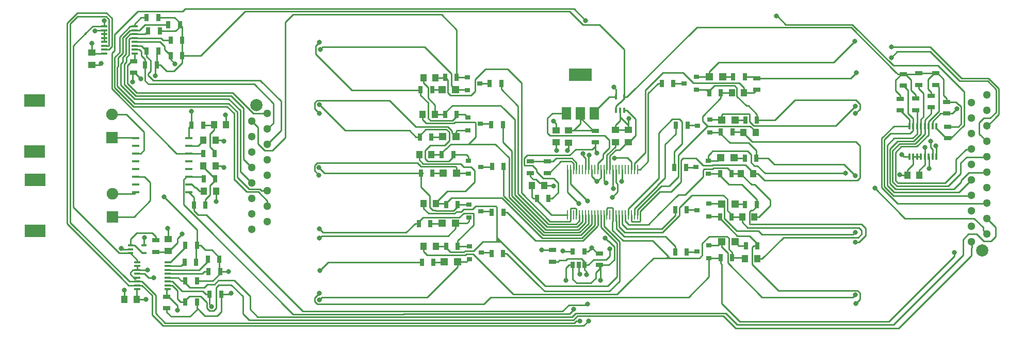
<source format=gtl>
G04 #@! TF.GenerationSoftware,KiCad,Pcbnew,5.0.2-bee76a0~70~ubuntu16.04.1*
G04 #@! TF.CreationDate,2019-03-14T10:12:54-04:00*
G04 #@! TF.ProjectId,BMS_peripheral,424d535f-7065-4726-9970-686572616c2e,rev?*
G04 #@! TF.SameCoordinates,Original*
G04 #@! TF.FileFunction,Copper,L1,Top*
G04 #@! TF.FilePolarity,Positive*
%FSLAX46Y46*%
G04 Gerber Fmt 4.6, Leading zero omitted, Abs format (unit mm)*
G04 Created by KiCad (PCBNEW 5.0.2-bee76a0~70~ubuntu16.04.1) date Thu 14 Mar 2019 10:12:54 AM EDT*
%MOMM*%
%LPD*%
G01*
G04 APERTURE LIST*
G04 #@! TA.AperFunction,WasherPad*
%ADD10R,3.400000X2.000000*%
G04 #@! TD*
G04 #@! TA.AperFunction,ComponentPad*
%ADD11R,1.900000X1.900000*%
G04 #@! TD*
G04 #@! TA.AperFunction,ComponentPad*
%ADD12C,1.900000*%
G04 #@! TD*
G04 #@! TA.AperFunction,SMDPad,CuDef*
%ADD13R,0.700000X1.300000*%
G04 #@! TD*
G04 #@! TA.AperFunction,ComponentPad*
%ADD14C,1.300000*%
G04 #@! TD*
G04 #@! TA.AperFunction,ComponentPad*
%ADD15C,2.000000*%
G04 #@! TD*
G04 #@! TA.AperFunction,SMDPad,CuDef*
%ADD16R,0.300000X1.000000*%
G04 #@! TD*
G04 #@! TA.AperFunction,SMDPad,CuDef*
%ADD17R,0.450000X0.950000*%
G04 #@! TD*
G04 #@! TA.AperFunction,SMDPad,CuDef*
%ADD18R,1.000000X1.250000*%
G04 #@! TD*
G04 #@! TA.AperFunction,SMDPad,CuDef*
%ADD19R,0.900000X0.800000*%
G04 #@! TD*
G04 #@! TA.AperFunction,SMDPad,CuDef*
%ADD20R,3.800000X2.000000*%
G04 #@! TD*
G04 #@! TA.AperFunction,SMDPad,CuDef*
%ADD21R,1.500000X2.000000*%
G04 #@! TD*
G04 #@! TA.AperFunction,SMDPad,CuDef*
%ADD22R,1.200000X0.300000*%
G04 #@! TD*
G04 #@! TA.AperFunction,SMDPad,CuDef*
%ADD23R,0.950000X0.450000*%
G04 #@! TD*
G04 #@! TA.AperFunction,SMDPad,CuDef*
%ADD24R,0.250000X1.500000*%
G04 #@! TD*
G04 #@! TA.AperFunction,SMDPad,CuDef*
%ADD25R,1.200000X1.200000*%
G04 #@! TD*
G04 #@! TA.AperFunction,SMDPad,CuDef*
%ADD26R,0.650000X1.060000*%
G04 #@! TD*
G04 #@! TA.AperFunction,SMDPad,CuDef*
%ADD27R,1.000000X0.300000*%
G04 #@! TD*
G04 #@! TA.AperFunction,SMDPad,CuDef*
%ADD28R,1.300000X0.700000*%
G04 #@! TD*
G04 #@! TA.AperFunction,SMDPad,CuDef*
%ADD29R,1.250000X1.000000*%
G04 #@! TD*
G04 #@! TA.AperFunction,ViaPad*
%ADD30C,0.800000*%
G04 #@! TD*
G04 #@! TA.AperFunction,Conductor*
%ADD31C,0.250000*%
G04 #@! TD*
G04 #@! TA.AperFunction,Conductor*
%ADD32C,0.254000*%
G04 #@! TD*
G04 APERTURE END LIST*
D10*
G04 #@! TO.P,J1,*
G04 #@! TO.N,*
X47431960Y-45057060D03*
X47431960Y-36675060D03*
D11*
G04 #@! TO.P,J1,1*
G04 #@! TO.N,Net-(J1-Pad1)*
X60131960Y-42771060D03*
D12*
G04 #@! TO.P,J1,2*
G04 #@! TO.N,Net-(J1-Pad2)*
X60131960Y-38961060D03*
G04 #@! TD*
D10*
G04 #@! TO.P,J2,*
G04 #@! TO.N,*
X47454820Y-58092340D03*
X47454820Y-49710340D03*
D11*
G04 #@! TO.P,J2,1*
G04 #@! TO.N,Net-(J2-Pad1)*
X60154820Y-55806340D03*
D12*
G04 #@! TO.P,J2,2*
G04 #@! TO.N,Net-(J2-Pad2)*
X60154820Y-51996340D03*
G04 #@! TD*
D13*
G04 #@! TO.P,R4,1*
G04 #@! TO.N,Net-(D4-Pad1)*
X112369600Y-56921400D03*
G04 #@! TO.P,R4,2*
G04 #@! TO.N,/CELL4_VOLT*
X110469600Y-56921400D03*
G04 #@! TD*
D14*
G04 #@! TO.P,J3,5*
G04 #@! TO.N,/MODULE2_TEMP1*
X85598000Y-43942000D03*
G04 #@! TO.P,J3,3*
G04 #@! TO.N,/MODULE1_TEMP2*
X85598000Y-41402000D03*
G04 #@! TO.P,J3,1*
G04 #@! TO.N,/MODULE1_TEMP1*
X85598000Y-38862000D03*
G04 #@! TO.P,J3,7*
G04 #@! TO.N,/MODULE2_TEMP2*
X85598000Y-46482000D03*
G04 #@! TO.P,J3,2*
G04 #@! TO.N,/CELL0_VOLT*
X83058000Y-40132000D03*
G04 #@! TO.P,J3,4*
G04 #@! TO.N,GND*
X83058000Y-42672000D03*
G04 #@! TO.P,J3,6*
G04 #@! TO.N,/CELL1_VOLT*
X83058000Y-45212000D03*
G04 #@! TO.P,J3,8*
G04 #@! TO.N,/MODULE3_TEMP1*
X83058000Y-47752000D03*
G04 #@! TO.P,J3,9*
G04 #@! TO.N,/CELL2_VOLT*
X85598000Y-49022000D03*
G04 #@! TO.P,J3,10*
G04 #@! TO.N,/MODULE3_TEMP2*
X83058000Y-50292000D03*
G04 #@! TO.P,J3,11*
G04 #@! TO.N,/MODULE4_TEMP1*
X85598000Y-51562000D03*
G04 #@! TO.P,J3,12*
G04 #@! TO.N,/CELL3_VOLT*
X83058000Y-52832000D03*
G04 #@! TO.P,J3,13*
G04 #@! TO.N,/MODULE4_TEMP2*
X85598000Y-54102000D03*
G04 #@! TO.P,J3,14*
G04 #@! TO.N,/MODULE5_TEMP1*
X83058000Y-55372000D03*
G04 #@! TO.P,J3,15*
G04 #@! TO.N,/CELL4_VOLT*
X85598000Y-56642000D03*
G04 #@! TO.P,J3,16*
G04 #@! TO.N,/MODULE5_TEMP2*
X83058000Y-57912000D03*
D15*
G04 #@! TO.P,J3,17*
G04 #@! TO.N,N/C*
X83798000Y-37462000D03*
G04 #@! TD*
D16*
G04 #@! TO.P,U6,1*
G04 #@! TO.N,/MODULE5_TEMP1*
X195400000Y-40900000D03*
G04 #@! TO.P,U6,2*
G04 #@! TO.N,/MODULE5_TEMP2*
X194765000Y-40900000D03*
G04 #@! TO.P,U6,3*
G04 #@! TO.N,/MODULE6_TEMP1*
X194130000Y-40900000D03*
G04 #@! TO.P,U6,4*
G04 #@! TO.N,/MODULE6_TEMP2*
X193495000Y-40900000D03*
G04 #@! TO.P,U6,5*
G04 #@! TO.N,/MODULE7_TEMP1*
X192860000Y-40900000D03*
G04 #@! TO.P,U6,6*
G04 #@! TO.N,/MODULE7_TEMP2*
X192225000Y-40900000D03*
G04 #@! TO.P,U6,7*
G04 #@! TO.N,/MODULE8_TEMP1*
X191590000Y-40900000D03*
G04 #@! TO.P,U6,9*
G04 #@! TO.N,Net-(U5-Pad9)*
X190955000Y-45900000D03*
G04 #@! TO.P,U6,10*
G04 #@! TO.N,GND*
X191590000Y-45900000D03*
G04 #@! TO.P,U6,11*
X192225000Y-45900000D03*
G04 #@! TO.P,U6,12*
X192860000Y-45900000D03*
G04 #@! TO.P,U6,13*
G04 #@! TO.N,/VREG*
X193495000Y-45900000D03*
G04 #@! TO.P,U6,14*
G04 #@! TO.N,/SDA*
X194130000Y-45900000D03*
G04 #@! TO.P,U6,15*
G04 #@! TO.N,/SCL*
X194765000Y-45900000D03*
G04 #@! TO.P,U6,16*
G04 #@! TO.N,/VREG*
X195400000Y-45900000D03*
G04 #@! TO.P,U6,8*
G04 #@! TO.N,/MODULE8_TEMP2*
X190955000Y-40900000D03*
G04 #@! TD*
D17*
G04 #@! TO.P,U3,1*
G04 #@! TO.N,/VREF2*
X142850000Y-38350000D03*
G04 #@! TO.P,U3,2*
G04 #@! TO.N,GND*
X143500000Y-38350000D03*
G04 #@! TO.P,U3,3*
G04 #@! TO.N,Net-(C12-Pad1)*
X144150000Y-38350000D03*
G04 #@! TO.P,U3,4*
G04 #@! TO.N,/VREF2*
X144150000Y-36150000D03*
G04 #@! TO.P,U3,5*
G04 #@! TO.N,/VREG*
X142850000Y-36150000D03*
G04 #@! TD*
D18*
G04 #@! TO.P,C3,2*
G04 #@! TO.N,Net-(C3-Pad2)*
X110522000Y-45593000D03*
G04 #@! TO.P,C3,1*
G04 #@! TO.N,Net-(C2-Pad2)*
X112522000Y-45593000D03*
G04 #@! TD*
D19*
G04 #@! TO.P,Q9,1*
G04 #@! TO.N,Net-(Q9-Pad1)*
X156229000Y-40895000D03*
G04 #@! TO.P,Q9,2*
G04 #@! TO.N,/CELL8_VOLT*
X158229000Y-41945000D03*
G04 #@! TO.P,Q9,3*
G04 #@! TO.N,Net-(D9-Pad2)*
X158229000Y-39845000D03*
G04 #@! TD*
G04 #@! TO.P,Q8,3*
G04 #@! TO.N,Net-(D8-Pad2)*
X157975000Y-46613000D03*
G04 #@! TO.P,Q8,2*
G04 #@! TO.N,/CELL7_VOLT*
X157975000Y-48713000D03*
G04 #@! TO.P,Q8,1*
G04 #@! TO.N,Net-(Q8-Pad1)*
X155975000Y-47663000D03*
G04 #@! TD*
G04 #@! TO.P,Q6,3*
G04 #@! TO.N,Net-(D6-Pad2)*
X158097000Y-60496000D03*
G04 #@! TO.P,Q6,2*
G04 #@! TO.N,/CELL5_VOLT*
X158097000Y-62596000D03*
G04 #@! TO.P,Q6,1*
G04 #@! TO.N,Net-(Q6-Pad1)*
X156097000Y-61546000D03*
G04 #@! TD*
G04 #@! TO.P,Q10,3*
G04 #@! TO.N,Net-(D10-Pad2)*
X155997000Y-32852500D03*
G04 #@! TO.P,Q10,2*
G04 #@! TO.N,/CELL9_VOLT*
X155997000Y-34952500D03*
G04 #@! TO.P,Q10,1*
G04 #@! TO.N,Net-(Q10-Pad1)*
X153997000Y-33902500D03*
G04 #@! TD*
G04 #@! TO.P,Q5,1*
G04 #@! TO.N,Net-(Q5-Pad1)*
X120746500Y-61714000D03*
G04 #@! TO.P,Q5,2*
G04 #@! TO.N,/CELL4_VOLT*
X118746500Y-60664000D03*
G04 #@! TO.P,Q5,3*
G04 #@! TO.N,Net-(D5-Pad2)*
X118746500Y-62764000D03*
G04 #@! TD*
G04 #@! TO.P,Q7,1*
G04 #@! TO.N,Net-(Q7-Pad1)*
X156075000Y-54724000D03*
G04 #@! TO.P,Q7,2*
G04 #@! TO.N,/CELL6_VOLT*
X158075000Y-55774000D03*
G04 #@! TO.P,Q7,3*
G04 #@! TO.N,Net-(D7-Pad2)*
X158075000Y-53674000D03*
G04 #@! TD*
G04 #@! TO.P,Q2,3*
G04 #@! TO.N,Net-(D2-Pad2)*
X118541500Y-41594000D03*
G04 #@! TO.P,Q2,2*
G04 #@! TO.N,/CELL1_VOLT*
X118541500Y-39494000D03*
G04 #@! TO.P,Q2,1*
G04 #@! TO.N,Net-(Q2-Pad1)*
X120541500Y-40544000D03*
G04 #@! TD*
G04 #@! TO.P,Q1,1*
G04 #@! TO.N,Net-(Q1-Pad1)*
X120446500Y-33934000D03*
G04 #@! TO.P,Q1,2*
G04 #@! TO.N,/CELL0_VOLT*
X118446500Y-32884000D03*
G04 #@! TO.P,Q1,3*
G04 #@! TO.N,Net-(D1-Pad2)*
X118446500Y-34984000D03*
G04 #@! TD*
G04 #@! TO.P,Q3,1*
G04 #@! TO.N,Net-(Q3-Pad1)*
X120646500Y-47644000D03*
G04 #@! TO.P,Q3,2*
G04 #@! TO.N,/CELL2_VOLT*
X118646500Y-46594000D03*
G04 #@! TO.P,Q3,3*
G04 #@! TO.N,Net-(D3-Pad2)*
X118646500Y-48694000D03*
G04 #@! TD*
D20*
G04 #@! TO.P,Q11,4*
G04 #@! TO.N,N/C*
X137000000Y-32500000D03*
D21*
G04 #@! TO.P,Q11,2*
G04 #@! TO.N,Net-(C15-Pad1)*
X137000000Y-38800000D03*
G04 #@! TO.P,Q11,3*
G04 #@! TO.N,/VREG*
X139300000Y-38800000D03*
G04 #@! TO.P,Q11,1*
G04 #@! TO.N,Net-(Q11-Pad1)*
X134700000Y-38800000D03*
G04 #@! TD*
D22*
G04 #@! TO.P,T1,9*
G04 #@! TO.N,/IMB*
X72754677Y-51787043D03*
G04 #@! TO.P,T1,1*
G04 #@! TO.N,Net-(J1-Pad1)*
X63954677Y-42897043D03*
G04 #@! TO.P,T1,2*
G04 #@! TO.N,Net-(T1-Pad2)*
X63954677Y-44167043D03*
G04 #@! TO.P,T1,3*
G04 #@! TO.N,Net-(J1-Pad2)*
X63954677Y-45437043D03*
G04 #@! TO.P,T1,4*
G04 #@! TO.N,N/C*
X63954677Y-46707043D03*
G04 #@! TO.P,T1,5*
X63954677Y-47977043D03*
G04 #@! TO.P,T1,6*
G04 #@! TO.N,Net-(J2-Pad1)*
X63954677Y-49247043D03*
G04 #@! TO.P,T1,7*
G04 #@! TO.N,Net-(T1-Pad7)*
X63954677Y-50517043D03*
G04 #@! TO.P,T1,8*
G04 #@! TO.N,Net-(J2-Pad2)*
X63954677Y-51787043D03*
G04 #@! TO.P,T1,10*
G04 #@! TO.N,Net-(C19-Pad1)*
X72754677Y-50517043D03*
G04 #@! TO.P,T1,11*
G04 #@! TO.N,/IPB*
X72754677Y-49247043D03*
G04 #@! TO.P,T1,12*
G04 #@! TO.N,N/C*
X72754677Y-47977043D03*
G04 #@! TO.P,T1,13*
X72754677Y-46707043D03*
G04 #@! TO.P,T1,14*
G04 #@! TO.N,/IMA*
X72754677Y-45437043D03*
G04 #@! TO.P,T1,15*
G04 #@! TO.N,Net-(C18-Pad1)*
X72754677Y-44167043D03*
G04 #@! TO.P,T1,16*
G04 #@! TO.N,/IPA*
X72754677Y-42897043D03*
G04 #@! TD*
D23*
G04 #@! TO.P,U8,1*
G04 #@! TO.N,Net-(R82-Pad2)*
X63149380Y-60493500D03*
G04 #@! TO.P,U8,2*
G04 #@! TO.N,GND*
X63149380Y-61143500D03*
G04 #@! TO.P,U8,3*
G04 #@! TO.N,Net-(U5-Pad9)*
X63149380Y-61793500D03*
G04 #@! TO.P,U8,4*
G04 #@! TO.N,Net-(R82-Pad2)*
X65349380Y-61793500D03*
G04 #@! TO.P,U8,5*
G04 #@! TO.N,/VREG*
X65349380Y-60493500D03*
G04 #@! TD*
D14*
G04 #@! TO.P,J4,5*
G04 #@! TO.N,/CELL6_VOLT*
X201168000Y-54864000D03*
G04 #@! TO.P,J4,3*
G04 #@! TO.N,/MODULE9_TEMP1*
X201168000Y-57404000D03*
G04 #@! TO.P,J4,1*
G04 #@! TO.N,/MODULE9_TEMP2*
X201168000Y-59944000D03*
G04 #@! TO.P,J4,7*
G04 #@! TO.N,/MODULE8_TEMP1*
X201168000Y-52324000D03*
G04 #@! TO.P,J4,2*
G04 #@! TO.N,/CELL8_VOLT*
X203708000Y-58674000D03*
G04 #@! TO.P,J4,4*
G04 #@! TO.N,/MODULE10_TEMP2*
X203708000Y-56134000D03*
G04 #@! TO.P,J4,6*
G04 #@! TO.N,/MODULE8_TEMP2*
X203708000Y-53594000D03*
G04 #@! TO.P,J4,8*
G04 #@! TO.N,/CELL5_VOLT*
X203708000Y-51054000D03*
G04 #@! TO.P,J4,9*
G04 #@! TO.N,/MODULE7_TEMP2*
X201168000Y-49784000D03*
G04 #@! TO.P,J4,10*
G04 #@! TO.N,/MODULE7_TEMP1*
X203708000Y-48514000D03*
G04 #@! TO.P,J4,11*
G04 #@! TO.N,/CELL7_VOLT*
X201168000Y-47244000D03*
G04 #@! TO.P,J4,12*
G04 #@! TO.N,/MODULE6_TEMP2*
X203708000Y-45974000D03*
G04 #@! TO.P,J4,13*
G04 #@! TO.N,/MODULE6_TEMP1*
X201168000Y-44704000D03*
G04 #@! TO.P,J4,14*
G04 #@! TO.N,/CELL9_VOLT*
X203708000Y-43434000D03*
G04 #@! TO.P,J4,15*
G04 #@! TO.N,/MODULE10_TEMP1*
X201168000Y-42164000D03*
G04 #@! TO.P,J4,16*
G04 #@! TO.N,/CELL10_VOLT*
X203708000Y-40894000D03*
G04 #@! TO.P,J4,17*
G04 #@! TO.N,/V+*
X201168000Y-39624000D03*
G04 #@! TO.P,J4,18*
G04 #@! TO.N,/VREG*
X203708000Y-38354000D03*
G04 #@! TO.P,J4,19*
G04 #@! TO.N,GND*
X201168000Y-37084000D03*
G04 #@! TO.P,J4,20*
G04 #@! TO.N,Net-(J4-Pad20)*
X203708000Y-35814000D03*
D15*
G04 #@! TO.P,J4,21*
G04 #@! TO.N,N/C*
X202968000Y-61344000D03*
G04 #@! TD*
D24*
G04 #@! TO.P,U1,25*
G04 #@! TO.N,/~DIS~1*
X146339000Y-48037500D03*
G04 #@! TO.P,U1,1*
G04 #@! TO.N,Net-(C11-Pad1)*
X134839000Y-55502500D03*
G04 #@! TO.P,U1,2*
G04 #@! TO.N,Net-(C1-Pad1)*
X135339000Y-55502500D03*
G04 #@! TO.P,U1,3*
G04 #@! TO.N,Net-(U1-Pad3)*
X135839000Y-55502500D03*
G04 #@! TO.P,U1,4*
G04 #@! TO.N,Net-(C1-Pad1)*
X136339000Y-55502500D03*
G04 #@! TO.P,U1,5*
G04 #@! TO.N,/~DIS~10*
X136839000Y-55502500D03*
G04 #@! TO.P,U1,6*
G04 #@! TO.N,Net-(C1-Pad2)*
X137339000Y-55502500D03*
G04 #@! TO.P,U1,7*
G04 #@! TO.N,/~DIS~9*
X137839000Y-55502500D03*
G04 #@! TO.P,U1,8*
G04 #@! TO.N,Net-(C2-Pad2)*
X138339000Y-55502500D03*
G04 #@! TO.P,U1,9*
G04 #@! TO.N,/~DIS~8*
X138839000Y-55502500D03*
G04 #@! TO.P,U1,10*
G04 #@! TO.N,Net-(C3-Pad2)*
X139339000Y-55502500D03*
G04 #@! TO.P,U1,11*
G04 #@! TO.N,/~DIS~7*
X139839000Y-55502500D03*
G04 #@! TO.P,U1,12*
G04 #@! TO.N,Net-(C4-Pad2)*
X140339000Y-55502500D03*
G04 #@! TO.P,U1,13*
G04 #@! TO.N,/~DIS~6*
X140839000Y-55502500D03*
G04 #@! TO.P,U1,14*
G04 #@! TO.N,Net-(C5-Pad2)*
X141339000Y-55502500D03*
G04 #@! TO.P,U1,15*
G04 #@! TO.N,Net-(U1-Pad15)*
X141839000Y-55502500D03*
G04 #@! TO.P,U1,16*
G04 #@! TO.N,Net-(C5-Pad2)*
X142339000Y-55502500D03*
G04 #@! TO.P,U1,17*
G04 #@! TO.N,/~DIS~5*
X142839000Y-55502500D03*
G04 #@! TO.P,U1,18*
G04 #@! TO.N,Net-(C6-Pad2)*
X143339000Y-55502500D03*
G04 #@! TO.P,U1,19*
G04 #@! TO.N,/~DIS~4*
X143839000Y-55502500D03*
G04 #@! TO.P,U1,20*
G04 #@! TO.N,Net-(C7-Pad2)*
X144339000Y-55502500D03*
G04 #@! TO.P,U1,21*
G04 #@! TO.N,/~DIS~3*
X144839000Y-55502500D03*
G04 #@! TO.P,U1,22*
G04 #@! TO.N,Net-(C8-Pad2)*
X145339000Y-55502500D03*
G04 #@! TO.P,U1,23*
G04 #@! TO.N,/~DIS~2*
X145839000Y-55502500D03*
G04 #@! TO.P,U1,24*
G04 #@! TO.N,Net-(C10-Pad1)*
X146339000Y-55502500D03*
G04 #@! TO.P,U1,26*
G04 #@! TO.N,Net-(C10-Pad2)*
X145839000Y-48037500D03*
G04 #@! TO.P,U1,27*
G04 #@! TO.N,/TEMP_SENSE*
X145339000Y-48037500D03*
G04 #@! TO.P,U1,28*
G04 #@! TO.N,Net-(U1-Pad28)*
X144839000Y-48037500D03*
G04 #@! TO.P,U1,29*
G04 #@! TO.N,Net-(U1-Pad29)*
X144339000Y-48037500D03*
G04 #@! TO.P,U1,30*
G04 #@! TO.N,GND*
X143839000Y-48037500D03*
G04 #@! TO.P,U1,31*
G04 #@! TO.N,Net-(U1-Pad31)*
X143339000Y-48037500D03*
G04 #@! TO.P,U1,32*
G04 #@! TO.N,/SDA*
X142839000Y-48037500D03*
G04 #@! TO.P,U1,33*
G04 #@! TO.N,/SCL*
X142339000Y-48037500D03*
G04 #@! TO.P,U1,34*
G04 #@! TO.N,Net-(C12-Pad1)*
X141839000Y-48037500D03*
G04 #@! TO.P,U1,35*
G04 #@! TO.N,Net-(C13-Pad1)*
X141339000Y-48037500D03*
G04 #@! TO.P,U1,36*
G04 #@! TO.N,GND*
X140839000Y-48037500D03*
G04 #@! TO.P,U1,37*
G04 #@! TO.N,/VREG*
X140339000Y-48037500D03*
G04 #@! TO.P,U1,38*
G04 #@! TO.N,Net-(Q11-Pad1)*
X139839000Y-48037500D03*
G04 #@! TO.P,U1,39*
G04 #@! TO.N,Net-(U1-Pad39)*
X139339000Y-48037500D03*
G04 #@! TO.P,U1,40*
G04 #@! TO.N,/VREG*
X138839000Y-48037500D03*
G04 #@! TO.P,U1,41*
G04 #@! TO.N,/IMA*
X138339000Y-48037500D03*
G04 #@! TO.P,U1,42*
G04 #@! TO.N,/IPA*
X137839000Y-48037500D03*
G04 #@! TO.P,U1,43*
G04 #@! TO.N,Net-(U1-Pad43)*
X137339000Y-48037500D03*
G04 #@! TO.P,U1,44*
G04 #@! TO.N,Net-(U1-Pad44)*
X136839000Y-48037500D03*
G04 #@! TO.P,U1,45*
G04 #@! TO.N,Net-(R43-Pad1)*
X136339000Y-48037500D03*
G04 #@! TO.P,U1,46*
G04 #@! TO.N,Net-(R43-Pad2)*
X135839000Y-48037500D03*
G04 #@! TO.P,U1,47*
G04 #@! TO.N,/IMB*
X135339000Y-48037500D03*
G04 #@! TO.P,U1,48*
G04 #@! TO.N,/IPB*
X134839000Y-48037500D03*
G04 #@! TD*
D18*
G04 #@! TO.P,C1,1*
G04 #@! TO.N,Net-(C1-Pad1)*
X113200000Y-32950000D03*
G04 #@! TO.P,C1,2*
G04 #@! TO.N,Net-(C1-Pad2)*
X111200000Y-32950000D03*
G04 #@! TD*
D13*
G04 #@! TO.P,R1,2*
G04 #@! TO.N,/CELL1_VOLT*
X110750000Y-34950000D03*
G04 #@! TO.P,R1,1*
G04 #@! TO.N,Net-(D1-Pad1)*
X112650000Y-34950000D03*
G04 #@! TD*
G04 #@! TO.P,R21,1*
G04 #@! TO.N,/~DIS~10*
X124000000Y-33950000D03*
G04 #@! TO.P,R21,2*
G04 #@! TO.N,Net-(Q1-Pad1)*
X122100000Y-33950000D03*
G04 #@! TD*
G04 #@! TO.P,R31,1*
G04 #@! TO.N,/CELL0_VOLT*
X116700000Y-32900000D03*
G04 #@! TO.P,R31,2*
G04 #@! TO.N,Net-(C1-Pad1)*
X114800000Y-32900000D03*
G04 #@! TD*
D25*
G04 #@! TO.P,D1,2*
G04 #@! TO.N,Net-(D1-Pad2)*
X116500000Y-34900000D03*
G04 #@! TO.P,D1,1*
G04 #@! TO.N,Net-(D1-Pad1)*
X114300000Y-34900000D03*
G04 #@! TD*
D26*
G04 #@! TO.P,U2,1*
G04 #@! TO.N,/SCL*
X135750000Y-63750000D03*
G04 #@! TO.P,U2,2*
G04 #@! TO.N,GND*
X136700000Y-63750000D03*
G04 #@! TO.P,U2,3*
G04 #@! TO.N,/SDA*
X137650000Y-63750000D03*
G04 #@! TO.P,U2,4*
G04 #@! TO.N,/VREG*
X137650000Y-61550000D03*
G04 #@! TO.P,U2,5*
G04 #@! TO.N,GND*
X135750000Y-61550000D03*
G04 #@! TD*
D27*
G04 #@! TO.P,U5,8*
G04 #@! TO.N,/MODULE4_TEMP2*
X63803000Y-24550000D03*
G04 #@! TO.P,U5,16*
G04 #@! TO.N,/VREG*
X58803000Y-28995000D03*
G04 #@! TO.P,U5,15*
G04 #@! TO.N,/SCL*
X58803000Y-28360000D03*
G04 #@! TO.P,U5,14*
G04 #@! TO.N,/SDA*
X58803000Y-27725000D03*
G04 #@! TO.P,U5,13*
G04 #@! TO.N,GND*
X58803000Y-27090000D03*
G04 #@! TO.P,U5,12*
X58803000Y-26455000D03*
G04 #@! TO.P,U5,11*
X58803000Y-25820000D03*
G04 #@! TO.P,U5,10*
X58803000Y-25185000D03*
G04 #@! TO.P,U5,9*
G04 #@! TO.N,Net-(U5-Pad9)*
X58803000Y-24550000D03*
G04 #@! TO.P,U5,7*
G04 #@! TO.N,/MODULE4_TEMP1*
X63803000Y-25185000D03*
G04 #@! TO.P,U5,6*
G04 #@! TO.N,/MODULE3_TEMP2*
X63803000Y-25820000D03*
G04 #@! TO.P,U5,5*
G04 #@! TO.N,/MODULE3_TEMP1*
X63803000Y-26455000D03*
G04 #@! TO.P,U5,4*
G04 #@! TO.N,/MODULE2_TEMP2*
X63803000Y-27090000D03*
G04 #@! TO.P,U5,3*
G04 #@! TO.N,/MODULE2_TEMP1*
X63803000Y-27725000D03*
G04 #@! TO.P,U5,2*
G04 #@! TO.N,/MODULE1_TEMP2*
X63803000Y-28360000D03*
G04 #@! TO.P,U5,1*
G04 #@! TO.N,/MODULE1_TEMP1*
X63803000Y-28995000D03*
G04 #@! TD*
G04 #@! TO.P,U7,8*
G04 #@! TO.N,Net-(R81-Pad2)*
X69267380Y-63268500D03*
G04 #@! TO.P,U7,16*
G04 #@! TO.N,/VREG*
X64267380Y-67713500D03*
G04 #@! TO.P,U7,15*
G04 #@! TO.N,/SCL*
X64267380Y-67078500D03*
G04 #@! TO.P,U7,14*
G04 #@! TO.N,/SDA*
X64267380Y-66443500D03*
G04 #@! TO.P,U7,13*
G04 #@! TO.N,GND*
X64267380Y-65808500D03*
G04 #@! TO.P,U7,12*
G04 #@! TO.N,/VREG*
X64267380Y-65173500D03*
G04 #@! TO.P,U7,11*
G04 #@! TO.N,GND*
X64267380Y-64538500D03*
G04 #@! TO.P,U7,10*
X64267380Y-63903500D03*
G04 #@! TO.P,U7,9*
G04 #@! TO.N,Net-(U5-Pad9)*
X64267380Y-63268500D03*
G04 #@! TO.P,U7,7*
G04 #@! TO.N,Net-(R78-Pad2)*
X69267380Y-63903500D03*
G04 #@! TO.P,U7,6*
G04 #@! TO.N,Net-(R75-Pad2)*
X69267380Y-64538500D03*
G04 #@! TO.P,U7,5*
G04 #@! TO.N,Net-(R71-Pad2)*
X69267380Y-65173500D03*
G04 #@! TO.P,U7,4*
G04 #@! TO.N,/MODULE10_TEMP2*
X69267380Y-65808500D03*
G04 #@! TO.P,U7,3*
G04 #@! TO.N,/MODULE10_TEMP1*
X69267380Y-66443500D03*
G04 #@! TO.P,U7,2*
G04 #@! TO.N,/MODULE9_TEMP2*
X69267380Y-67078500D03*
G04 #@! TO.P,U7,1*
G04 #@! TO.N,/MODULE9_TEMP1*
X69267380Y-67713500D03*
G04 #@! TD*
D28*
G04 #@! TO.P,R58,1*
G04 #@! TO.N,/VREF2*
X195326000Y-32258000D03*
G04 #@! TO.P,R58,2*
G04 #@! TO.N,/MODULE6_TEMP1*
X195326000Y-34158000D03*
G04 #@! TD*
G04 #@! TO.P,R70,2*
G04 #@! TO.N,/MODULE7_TEMP1*
X192532000Y-34158000D03*
G04 #@! TO.P,R70,1*
G04 #@! TO.N,/VREF2*
X192532000Y-32258000D03*
G04 #@! TD*
G04 #@! TO.P,R77,1*
G04 #@! TO.N,/VREF2*
X189992000Y-32390000D03*
G04 #@! TO.P,R77,2*
G04 #@! TO.N,/MODULE8_TEMP1*
X189992000Y-34290000D03*
G04 #@! TD*
G04 #@! TO.P,R50,1*
G04 #@! TO.N,/VREF2*
X197300000Y-41000000D03*
G04 #@! TO.P,R50,2*
G04 #@! TO.N,/MODULE5_TEMP1*
X197300000Y-42900000D03*
G04 #@! TD*
G04 #@! TO.P,R54,2*
G04 #@! TO.N,/MODULE5_TEMP2*
X197104000Y-38862000D03*
G04 #@! TO.P,R54,1*
G04 #@! TO.N,/VREF2*
X197104000Y-36962000D03*
G04 #@! TD*
G04 #@! TO.P,R66,1*
G04 #@! TO.N,/VREF2*
X194564000Y-35946000D03*
G04 #@! TO.P,R66,2*
G04 #@! TO.N,/MODULE6_TEMP2*
X194564000Y-37846000D03*
G04 #@! TD*
G04 #@! TO.P,R74,2*
G04 #@! TO.N,/MODULE7_TEMP2*
X192024000Y-38288000D03*
G04 #@! TO.P,R74,1*
G04 #@! TO.N,/VREF2*
X192024000Y-36388000D03*
G04 #@! TD*
G04 #@! TO.P,R80,1*
G04 #@! TO.N,/VREF2*
X189484000Y-36454000D03*
G04 #@! TO.P,R80,2*
G04 #@! TO.N,/MODULE8_TEMP2*
X189484000Y-38354000D03*
G04 #@! TD*
D18*
G04 #@! TO.P,C22,1*
G04 #@! TO.N,/VREG*
X192627000Y-49022000D03*
G04 #@! TO.P,C22,2*
G04 #@! TO.N,GND*
X190627000Y-49022000D03*
G04 #@! TD*
G04 #@! TO.P,C2,1*
G04 #@! TO.N,Net-(C1-Pad2)*
X113093500Y-38989000D03*
G04 #@! TO.P,C2,2*
G04 #@! TO.N,Net-(C2-Pad2)*
X111093500Y-38989000D03*
G04 #@! TD*
G04 #@! TO.P,C4,2*
G04 #@! TO.N,Net-(C4-Pad2)*
X111250000Y-53600000D03*
G04 #@! TO.P,C4,1*
G04 #@! TO.N,Net-(C3-Pad2)*
X113250000Y-53600000D03*
G04 #@! TD*
G04 #@! TO.P,C5,1*
G04 #@! TO.N,Net-(C4-Pad2)*
X113250000Y-60650000D03*
G04 #@! TO.P,C5,2*
G04 #@! TO.N,Net-(C5-Pad2)*
X111250000Y-60650000D03*
G04 #@! TD*
D25*
G04 #@! TO.P,D2,2*
G04 #@! TO.N,Net-(D2-Pad2)*
X116563500Y-42608500D03*
G04 #@! TO.P,D2,1*
G04 #@! TO.N,Net-(D2-Pad1)*
X114363500Y-42608500D03*
G04 #@! TD*
D13*
G04 #@! TO.P,R2,1*
G04 #@! TO.N,Net-(D2-Pad1)*
X112517000Y-42735500D03*
G04 #@! TO.P,R2,2*
G04 #@! TO.N,/CELL2_VOLT*
X110617000Y-42735500D03*
G04 #@! TD*
G04 #@! TO.P,R22,1*
G04 #@! TO.N,/~DIS~9*
X124250000Y-40650000D03*
G04 #@! TO.P,R22,2*
G04 #@! TO.N,Net-(Q2-Pad1)*
X122350000Y-40650000D03*
G04 #@! TD*
G04 #@! TO.P,R32,2*
G04 #@! TO.N,Net-(C1-Pad2)*
X114800000Y-38989000D03*
G04 #@! TO.P,R32,1*
G04 #@! TO.N,/CELL1_VOLT*
X116700000Y-38989000D03*
G04 #@! TD*
D25*
G04 #@! TO.P,D3,2*
G04 #@! TO.N,Net-(D3-Pad2)*
X116700000Y-48650000D03*
G04 #@! TO.P,D3,1*
G04 #@! TO.N,Net-(D3-Pad1)*
X114500000Y-48650000D03*
G04 #@! TD*
D13*
G04 #@! TO.P,R3,1*
G04 #@! TO.N,Net-(D3-Pad1)*
X112700000Y-48650000D03*
G04 #@! TO.P,R3,2*
G04 #@! TO.N,/CELL3_VOLT*
X110800000Y-48650000D03*
G04 #@! TD*
G04 #@! TO.P,R23,2*
G04 #@! TO.N,Net-(Q3-Pad1)*
X122500000Y-47550000D03*
G04 #@! TO.P,R23,1*
G04 #@! TO.N,/~DIS~8*
X124400000Y-47550000D03*
G04 #@! TD*
G04 #@! TO.P,R33,1*
G04 #@! TO.N,/CELL2_VOLT*
X116136500Y-45593000D03*
G04 #@! TO.P,R33,2*
G04 #@! TO.N,Net-(C2-Pad2)*
X114236500Y-45593000D03*
G04 #@! TD*
D19*
G04 #@! TO.P,Q4,3*
G04 #@! TO.N,Net-(D4-Pad2)*
X118650000Y-55950000D03*
G04 #@! TO.P,Q4,2*
G04 #@! TO.N,/CELL3_VOLT*
X118650000Y-53850000D03*
G04 #@! TO.P,Q4,1*
G04 #@! TO.N,Net-(Q4-Pad1)*
X120650000Y-54900000D03*
G04 #@! TD*
D13*
G04 #@! TO.P,R24,1*
G04 #@! TO.N,/~DIS~7*
X124350000Y-55050000D03*
G04 #@! TO.P,R24,2*
G04 #@! TO.N,Net-(Q4-Pad1)*
X122450000Y-55050000D03*
G04 #@! TD*
G04 #@! TO.P,R34,2*
G04 #@! TO.N,Net-(C3-Pad2)*
X114950000Y-53850000D03*
G04 #@! TO.P,R34,1*
G04 #@! TO.N,/CELL3_VOLT*
X116850000Y-53850000D03*
G04 #@! TD*
D25*
G04 #@! TO.P,D4,2*
G04 #@! TO.N,Net-(D4-Pad2)*
X116509800Y-56870600D03*
G04 #@! TO.P,D4,1*
G04 #@! TO.N,Net-(D4-Pad1)*
X114309800Y-56870600D03*
G04 #@! TD*
G04 #@! TO.P,D5,2*
G04 #@! TO.N,Net-(D5-Pad2)*
X116804800Y-63220600D03*
G04 #@! TO.P,D5,1*
G04 #@! TO.N,Net-(D5-Pad1)*
X114604800Y-63220600D03*
G04 #@! TD*
D13*
G04 #@! TO.P,R5,1*
G04 #@! TO.N,Net-(D5-Pad1)*
X112877600Y-63296800D03*
G04 #@! TO.P,R5,2*
G04 #@! TO.N,/CELL5_VOLT*
X110977600Y-63296800D03*
G04 #@! TD*
G04 #@! TO.P,R25,1*
G04 #@! TO.N,/~DIS~6*
X124300000Y-61850000D03*
G04 #@! TO.P,R25,2*
G04 #@! TO.N,Net-(Q5-Pad1)*
X122400000Y-61850000D03*
G04 #@! TD*
G04 #@! TO.P,R35,2*
G04 #@! TO.N,Net-(C4-Pad2)*
X114950000Y-60650000D03*
G04 #@! TO.P,R35,1*
G04 #@! TO.N,/CELL4_VOLT*
X116850000Y-60650000D03*
G04 #@! TD*
D18*
G04 #@! TO.P,C11,1*
G04 #@! TO.N,Net-(C11-Pad1)*
X129050000Y-50650000D03*
G04 #@! TO.P,C11,2*
G04 #@! TO.N,GND*
X131050000Y-50650000D03*
G04 #@! TD*
D13*
G04 #@! TO.P,R42,1*
G04 #@! TO.N,/V+*
X131760000Y-52832000D03*
G04 #@! TO.P,R42,2*
G04 #@! TO.N,Net-(C11-Pad1)*
X129860000Y-52832000D03*
G04 #@! TD*
D28*
G04 #@! TO.P,R45,1*
G04 #@! TO.N,/VREG*
X132397500Y-61282500D03*
G04 #@! TO.P,R45,2*
G04 #@! TO.N,/SDA*
X132397500Y-63182500D03*
G04 #@! TD*
G04 #@! TO.P,R47,2*
G04 #@! TO.N,/VREG*
X140144500Y-61854000D03*
G04 #@! TO.P,R47,1*
G04 #@! TO.N,/SCL*
X140144500Y-63754000D03*
G04 #@! TD*
G04 #@! TO.P,R43,1*
G04 #@! TO.N,Net-(R43-Pad1)*
X131572000Y-46736000D03*
G04 #@! TO.P,R43,2*
G04 #@! TO.N,Net-(R43-Pad2)*
X131572000Y-48636000D03*
G04 #@! TD*
G04 #@! TO.P,R44,2*
G04 #@! TO.N,GND*
X128778000Y-48636000D03*
G04 #@! TO.P,R44,1*
G04 #@! TO.N,Net-(R43-Pad1)*
X128778000Y-46736000D03*
G04 #@! TD*
D29*
G04 #@! TO.P,C14,2*
G04 #@! TO.N,GND*
X133000000Y-41600000D03*
G04 #@! TO.P,C14,1*
G04 #@! TO.N,/VREG*
X133000000Y-43600000D03*
G04 #@! TD*
G04 #@! TO.P,C15,1*
G04 #@! TO.N,Net-(C15-Pad1)*
X135000000Y-41650000D03*
G04 #@! TO.P,C15,2*
G04 #@! TO.N,GND*
X135000000Y-43650000D03*
G04 #@! TD*
D28*
G04 #@! TO.P,R46,1*
G04 #@! TO.N,/V+*
X139450000Y-43600000D03*
G04 #@! TO.P,R46,2*
G04 #@! TO.N,Net-(C15-Pad1)*
X139450000Y-41700000D03*
G04 #@! TD*
D29*
G04 #@! TO.P,C12,2*
G04 #@! TO.N,GND*
X144850000Y-41550000D03*
G04 #@! TO.P,C12,1*
G04 #@! TO.N,Net-(C12-Pad1)*
X144850000Y-43550000D03*
G04 #@! TD*
G04 #@! TO.P,C13,1*
G04 #@! TO.N,Net-(C13-Pad1)*
X142700000Y-43550000D03*
G04 #@! TO.P,C13,2*
G04 #@! TO.N,GND*
X142700000Y-41550000D03*
G04 #@! TD*
D18*
G04 #@! TO.P,C6,1*
G04 #@! TO.N,Net-(C5-Pad2)*
X164020500Y-62738000D03*
G04 #@! TO.P,C6,2*
G04 #@! TO.N,Net-(C6-Pad2)*
X166020500Y-62738000D03*
G04 #@! TD*
G04 #@! TO.P,C7,2*
G04 #@! TO.N,Net-(C7-Pad2)*
X165550000Y-55850000D03*
G04 #@! TO.P,C7,1*
G04 #@! TO.N,Net-(C6-Pad2)*
X163550000Y-55850000D03*
G04 #@! TD*
G04 #@! TO.P,C8,1*
G04 #@! TO.N,Net-(C7-Pad2)*
X163350000Y-48700000D03*
G04 #@! TO.P,C8,2*
G04 #@! TO.N,Net-(C8-Pad2)*
X165350000Y-48700000D03*
G04 #@! TD*
G04 #@! TO.P,C9,1*
G04 #@! TO.N,Net-(C8-Pad2)*
X163750000Y-41950000D03*
G04 #@! TO.P,C9,2*
G04 #@! TO.N,Net-(C10-Pad1)*
X165750000Y-41950000D03*
G04 #@! TD*
G04 #@! TO.P,C10,2*
G04 #@! TO.N,Net-(C10-Pad2)*
X163848800Y-35458400D03*
G04 #@! TO.P,C10,1*
G04 #@! TO.N,Net-(C10-Pad1)*
X161848800Y-35458400D03*
G04 #@! TD*
D13*
G04 #@! TO.P,R10,2*
G04 #@! TO.N,/CELL10_VOLT*
X163950000Y-32850000D03*
G04 #@! TO.P,R10,1*
G04 #@! TO.N,Net-(D10-Pad1)*
X162050000Y-32850000D03*
G04 #@! TD*
G04 #@! TO.P,R30,1*
G04 #@! TO.N,/~DIS~1*
X150350000Y-33900000D03*
G04 #@! TO.P,R30,2*
G04 #@! TO.N,Net-(Q10-Pad1)*
X152250000Y-33900000D03*
G04 #@! TD*
G04 #@! TO.P,R40,2*
G04 #@! TO.N,Net-(C10-Pad1)*
X160020000Y-35407600D03*
G04 #@! TO.P,R40,1*
G04 #@! TO.N,/CELL9_VOLT*
X158120000Y-35407600D03*
G04 #@! TD*
D28*
G04 #@! TO.P,R41,1*
G04 #@! TO.N,/CELL10_VOLT*
X165950000Y-33050000D03*
G04 #@! TO.P,R41,2*
G04 #@! TO.N,Net-(C10-Pad2)*
X165950000Y-34950000D03*
G04 #@! TD*
D13*
G04 #@! TO.P,R9,2*
G04 #@! TO.N,/CELL9_VOLT*
X165950000Y-39900000D03*
G04 #@! TO.P,R9,1*
G04 #@! TO.N,Net-(D9-Pad1)*
X164050000Y-39900000D03*
G04 #@! TD*
G04 #@! TO.P,R29,1*
G04 #@! TO.N,/~DIS~2*
X152650000Y-40750000D03*
G04 #@! TO.P,R29,2*
G04 #@! TO.N,Net-(Q9-Pad1)*
X154550000Y-40750000D03*
G04 #@! TD*
G04 #@! TO.P,R39,1*
G04 #@! TO.N,/CELL8_VOLT*
X160050000Y-41900000D03*
G04 #@! TO.P,R39,2*
G04 #@! TO.N,Net-(C8-Pad2)*
X161950000Y-41900000D03*
G04 #@! TD*
G04 #@! TO.P,R8,1*
G04 #@! TO.N,Net-(D8-Pad1)*
X163957000Y-46164500D03*
G04 #@! TO.P,R8,2*
G04 #@! TO.N,/CELL8_VOLT*
X165857000Y-46164500D03*
G04 #@! TD*
G04 #@! TO.P,R28,2*
G04 #@! TO.N,Net-(Q8-Pad1)*
X154300000Y-47700000D03*
G04 #@! TO.P,R28,1*
G04 #@! TO.N,/~DIS~3*
X152400000Y-47700000D03*
G04 #@! TD*
G04 #@! TO.P,R38,1*
G04 #@! TO.N,/CELL7_VOLT*
X159900000Y-48750000D03*
G04 #@! TO.P,R38,2*
G04 #@! TO.N,Net-(C7-Pad2)*
X161800000Y-48750000D03*
G04 #@! TD*
G04 #@! TO.P,R7,1*
G04 #@! TO.N,Net-(D7-Pad1)*
X164000000Y-53850000D03*
G04 #@! TO.P,R7,2*
G04 #@! TO.N,/CELL7_VOLT*
X165900000Y-53850000D03*
G04 #@! TD*
G04 #@! TO.P,R27,1*
G04 #@! TO.N,/~DIS~4*
X152550000Y-54650000D03*
G04 #@! TO.P,R27,2*
G04 #@! TO.N,Net-(Q7-Pad1)*
X154450000Y-54650000D03*
G04 #@! TD*
G04 #@! TO.P,R37,2*
G04 #@! TO.N,Net-(C6-Pad2)*
X161800000Y-55800000D03*
G04 #@! TO.P,R37,1*
G04 #@! TO.N,/CELL6_VOLT*
X159900000Y-55800000D03*
G04 #@! TD*
G04 #@! TO.P,R6,1*
G04 #@! TO.N,Net-(D6-Pad1)*
X164150000Y-60550000D03*
G04 #@! TO.P,R6,2*
G04 #@! TO.N,/CELL6_VOLT*
X166050000Y-60550000D03*
G04 #@! TD*
G04 #@! TO.P,R26,2*
G04 #@! TO.N,Net-(Q6-Pad1)*
X154450000Y-61600000D03*
G04 #@! TO.P,R26,1*
G04 #@! TO.N,/~DIS~5*
X152550000Y-61600000D03*
G04 #@! TD*
G04 #@! TO.P,R36,1*
G04 #@! TO.N,/CELL5_VOLT*
X160000000Y-62550000D03*
G04 #@! TO.P,R36,2*
G04 #@! TO.N,Net-(C5-Pad2)*
X161900000Y-62550000D03*
G04 #@! TD*
D25*
G04 #@! TO.P,D6,1*
G04 #@! TO.N,Net-(D6-Pad1)*
X162369500Y-59944000D03*
G04 #@! TO.P,D6,2*
G04 #@! TO.N,Net-(D6-Pad2)*
X160169500Y-59944000D03*
G04 #@! TD*
G04 #@! TO.P,D7,2*
G04 #@! TO.N,Net-(D7-Pad2)*
X160150000Y-53750000D03*
G04 #@! TO.P,D7,1*
G04 #@! TO.N,Net-(D7-Pad1)*
X162350000Y-53750000D03*
G04 #@! TD*
G04 #@! TO.P,D8,1*
G04 #@! TO.N,Net-(D8-Pad1)*
X162242500Y-46101000D03*
G04 #@! TO.P,D8,2*
G04 #@! TO.N,Net-(D8-Pad2)*
X160042500Y-46101000D03*
G04 #@! TD*
G04 #@! TO.P,D9,2*
G04 #@! TO.N,Net-(D9-Pad2)*
X160150000Y-39950000D03*
G04 #@! TO.P,D9,1*
G04 #@! TO.N,Net-(D9-Pad1)*
X162350000Y-39950000D03*
G04 #@! TD*
G04 #@! TO.P,D10,2*
G04 #@! TO.N,Net-(D10-Pad2)*
X158150000Y-32850000D03*
G04 #@! TO.P,D10,1*
G04 #@! TO.N,Net-(D10-Pad1)*
X160350000Y-32850000D03*
G04 #@! TD*
D29*
G04 #@! TO.P,C21,1*
G04 #@! TO.N,/VREG*
X56769000Y-28829000D03*
G04 #@! TO.P,C21,2*
G04 #@! TO.N,GND*
X56769000Y-30829000D03*
G04 #@! TD*
D28*
G04 #@! TO.P,R49,2*
G04 #@! TO.N,/MODULE1_TEMP1*
X63627000Y-30231000D03*
G04 #@! TO.P,R49,1*
G04 #@! TO.N,/VREF2*
X63627000Y-32131000D03*
G04 #@! TD*
D13*
G04 #@! TO.P,R53,1*
G04 #@! TO.N,/VREF2*
X67437000Y-30861000D03*
G04 #@! TO.P,R53,2*
G04 #@! TO.N,/MODULE1_TEMP2*
X65537000Y-30861000D03*
G04 #@! TD*
G04 #@! TO.P,R65,2*
G04 #@! TO.N,/MODULE2_TEMP2*
X69723000Y-29337000D03*
G04 #@! TO.P,R65,1*
G04 #@! TO.N,/VREF2*
X71623000Y-29337000D03*
G04 #@! TD*
G04 #@! TO.P,R73,1*
G04 #@! TO.N,/VREF2*
X67945000Y-25273000D03*
G04 #@! TO.P,R73,2*
G04 #@! TO.N,/MODULE3_TEMP2*
X66045000Y-25273000D03*
G04 #@! TD*
G04 #@! TO.P,R79,1*
G04 #@! TO.N,/VREF2*
X67686000Y-23114000D03*
G04 #@! TO.P,R79,2*
G04 #@! TO.N,/MODULE4_TEMP2*
X65786000Y-23114000D03*
G04 #@! TD*
G04 #@! TO.P,R57,2*
G04 #@! TO.N,/MODULE2_TEMP1*
X65791000Y-28575000D03*
G04 #@! TO.P,R57,1*
G04 #@! TO.N,/VREF2*
X67691000Y-28575000D03*
G04 #@! TD*
G04 #@! TO.P,R69,1*
G04 #@! TO.N,/VREF2*
X71623000Y-26797000D03*
G04 #@! TO.P,R69,2*
G04 #@! TO.N,/MODULE3_TEMP1*
X69723000Y-26797000D03*
G04 #@! TD*
G04 #@! TO.P,R76,1*
G04 #@! TO.N,/VREF2*
X71247000Y-24257000D03*
G04 #@! TO.P,R76,2*
G04 #@! TO.N,/MODULE4_TEMP1*
X69347000Y-24257000D03*
G04 #@! TD*
D18*
G04 #@! TO.P,C23,1*
G04 #@! TO.N,/VREG*
X64127380Y-69405500D03*
G04 #@! TO.P,C23,2*
G04 #@! TO.N,GND*
X62127380Y-69405500D03*
G04 #@! TD*
D29*
G04 #@! TO.P,C24,1*
G04 #@! TO.N,/TEMP_SENSE*
X69367380Y-61463500D03*
G04 #@! TO.P,C24,2*
G04 #@! TO.N,GND*
X69367380Y-59463500D03*
G04 #@! TD*
D28*
G04 #@! TO.P,R82,1*
G04 #@! TO.N,/TEMP_SENSE*
X67267380Y-61563500D03*
G04 #@! TO.P,R82,2*
G04 #@! TO.N,Net-(R82-Pad2)*
X67267380Y-59663500D03*
G04 #@! TD*
D13*
G04 #@! TO.P,R55,2*
G04 #@! TO.N,/MODULE9_TEMP2*
X72133380Y-69850000D03*
G04 #@! TO.P,R55,1*
G04 #@! TO.N,/VREF2*
X74033380Y-69850000D03*
G04 #@! TD*
G04 #@! TO.P,R67,1*
G04 #@! TO.N,/VREF2*
X74033380Y-66357500D03*
G04 #@! TO.P,R67,2*
G04 #@! TO.N,/MODULE10_TEMP2*
X72133380Y-66357500D03*
G04 #@! TD*
G04 #@! TO.P,R75,2*
G04 #@! TO.N,Net-(R75-Pad2)*
X75811380Y-62801500D03*
G04 #@! TO.P,R75,1*
G04 #@! TO.N,/VREF2*
X77711380Y-62801500D03*
G04 #@! TD*
G04 #@! TO.P,R81,1*
G04 #@! TO.N,/VREF2*
X74033380Y-60515500D03*
G04 #@! TO.P,R81,2*
G04 #@! TO.N,Net-(R81-Pad2)*
X72133380Y-60515500D03*
G04 #@! TD*
D28*
G04 #@! TO.P,R51,1*
G04 #@! TO.N,/VREF2*
X69117380Y-70863500D03*
G04 #@! TO.P,R51,2*
G04 #@! TO.N,/MODULE9_TEMP1*
X69117380Y-68963500D03*
G04 #@! TD*
D13*
G04 #@! TO.P,R59,1*
G04 #@! TO.N,/VREF2*
X78033880Y-68516500D03*
G04 #@! TO.P,R59,2*
G04 #@! TO.N,/MODULE10_TEMP1*
X76133880Y-68516500D03*
G04 #@! TD*
G04 #@! TO.P,R71,2*
G04 #@! TO.N,Net-(R71-Pad2)*
X75943380Y-64833500D03*
G04 #@! TO.P,R71,1*
G04 #@! TO.N,/VREF2*
X77843380Y-64833500D03*
G04 #@! TD*
G04 #@! TO.P,R78,1*
G04 #@! TO.N,/VREF2*
X73901380Y-63309500D03*
G04 #@! TO.P,R78,2*
G04 #@! TO.N,Net-(R78-Pad2)*
X72001380Y-63309500D03*
G04 #@! TD*
D18*
G04 #@! TO.P,C16,1*
G04 #@! TO.N,Net-(C16-Pad1)*
X76854000Y-40686500D03*
G04 #@! TO.P,C16,2*
G04 #@! TO.N,GND*
X78854000Y-40686500D03*
G04 #@! TD*
D13*
G04 #@! TO.P,R61,1*
G04 #@! TO.N,/IPA*
X73154000Y-40736500D03*
G04 #@! TO.P,R61,2*
G04 #@! TO.N,Net-(C16-Pad1)*
X75054000Y-40736500D03*
G04 #@! TD*
D18*
G04 #@! TO.P,C17,2*
G04 #@! TO.N,GND*
X77104000Y-47486500D03*
G04 #@! TO.P,C17,1*
G04 #@! TO.N,Net-(C17-Pad1)*
X75104000Y-47486500D03*
G04 #@! TD*
G04 #@! TO.P,C18,1*
G04 #@! TO.N,Net-(C18-Pad1)*
X75104000Y-43186500D03*
G04 #@! TO.P,C18,2*
G04 #@! TO.N,GND*
X77104000Y-43186500D03*
G04 #@! TD*
D13*
G04 #@! TO.P,R62,2*
G04 #@! TO.N,/IMA*
X75054000Y-45386500D03*
G04 #@! TO.P,R62,1*
G04 #@! TO.N,Net-(C16-Pad1)*
X76954000Y-45386500D03*
G04 #@! TD*
G04 #@! TO.P,R63,1*
G04 #@! TO.N,/IPB*
X75154000Y-49536500D03*
G04 #@! TO.P,R63,2*
G04 #@! TO.N,Net-(C17-Pad1)*
X77054000Y-49536500D03*
G04 #@! TD*
D18*
G04 #@! TO.P,C19,1*
G04 #@! TO.N,Net-(C19-Pad1)*
X75204000Y-51586500D03*
G04 #@! TO.P,C19,2*
G04 #@! TO.N,GND*
X77204000Y-51586500D03*
G04 #@! TD*
D13*
G04 #@! TO.P,R64,1*
G04 #@! TO.N,Net-(C17-Pad1)*
X75454000Y-53886500D03*
G04 #@! TO.P,R64,2*
G04 #@! TO.N,/IMB*
X73554000Y-53886500D03*
G04 #@! TD*
D30*
G04 #@! TO.N,GND*
X77216000Y-53276500D03*
X78486000Y-47688500D03*
X78486000Y-43370500D03*
X78740000Y-39052500D03*
X65905380Y-64579500D03*
X132588000Y-40132000D03*
X132588000Y-50800000D03*
X58293000Y-30607000D03*
X57277000Y-25273000D03*
X61587380Y-61023500D03*
X62095380Y-67881500D03*
X144953847Y-39704153D03*
X143764000Y-50038000D03*
X141224000Y-50292000D03*
X136906000Y-65278000D03*
X134112000Y-61468000D03*
X189411050Y-48895000D03*
X134874000Y-44958000D03*
X69207380Y-57721500D03*
G04 #@! TO.N,/VREG*
X195326000Y-44196000D03*
X193548000Y-44450000D03*
X142494000Y-34544000D03*
X139700000Y-50038000D03*
X133096000Y-44958000D03*
X56769000Y-27305000D03*
X65397380Y-59245500D03*
X65651380Y-69405500D03*
X66921380Y-65849500D03*
X138874500Y-60896500D03*
X130619500Y-61277500D03*
G04 #@! TO.N,/TEMP_SENSE*
X142566000Y-46164500D03*
X71577200Y-58648600D03*
G04 #@! TO.N,Net-(D1-Pad2)*
X94284800Y-28321000D03*
G04 #@! TO.N,Net-(D2-Pad2)*
X94132400Y-38785800D03*
G04 #@! TO.N,Net-(D3-Pad2)*
X94081600Y-48971200D03*
G04 #@! TO.N,Net-(D4-Pad2)*
X94157800Y-59334400D03*
G04 #@! TO.N,Net-(D5-Pad2)*
X94132400Y-69443600D03*
G04 #@! TO.N,Net-(D6-Pad2)*
X182118000Y-68643500D03*
G04 #@! TO.N,Net-(D7-Pad2)*
X182118000Y-58356500D03*
G04 #@! TO.N,Net-(D8-Pad2)*
X180467000Y-48641000D03*
G04 #@! TO.N,Net-(D9-Pad2)*
X182118000Y-37642800D03*
G04 #@! TO.N,Net-(D10-Pad2)*
X181991000Y-27000200D03*
G04 #@! TO.N,/MODULE2_TEMP2*
X70416847Y-30665847D03*
G04 #@! TO.N,/CELL1_VOLT*
X94132400Y-27127200D03*
G04 #@! TO.N,/CELL2_VOLT*
X94107000Y-37414200D03*
G04 #@! TO.N,/CELL3_VOLT*
X94081600Y-47726600D03*
G04 #@! TO.N,/MODULE5_TEMP1*
X169164000Y-22828510D03*
G04 #@! TO.N,/CELL4_VOLT*
X94157800Y-57810400D03*
G04 #@! TO.N,/MODULE5_TEMP2*
X198755000Y-38100000D03*
G04 #@! TO.N,/CELL6_VOLT*
X182181500Y-70040500D03*
G04 #@! TO.N,/MODULE9_TEMP1*
X70858380Y-71183500D03*
G04 #@! TO.N,/CELL8_VOLT*
X182118000Y-49085500D03*
X185293000Y-51117500D03*
G04 #@! TO.N,/CELL5_VOLT*
X198374000Y-61722000D03*
X94234000Y-64617600D03*
X94132400Y-68351400D03*
G04 #@! TO.N,/CELL7_VOLT*
X182143400Y-59969400D03*
G04 #@! TO.N,/MODULE10_TEMP1*
X76446380Y-70548500D03*
G04 #@! TO.N,/CELL9_VOLT*
X188028858Y-29649142D03*
X182118000Y-38836600D03*
G04 #@! TO.N,/CELL10_VOLT*
X188036200Y-27889200D03*
X182295800Y-32131000D03*
G04 #@! TO.N,/V+*
X139700000Y-45339000D03*
G04 #@! TO.N,/SDA*
X194183000Y-47879000D03*
X142189200Y-52603400D03*
X137957000Y-65303400D03*
X136880600Y-72935000D03*
X141808200Y-61061600D03*
G04 #@! TO.N,/SCL*
X134620000Y-66294000D03*
X194437000Y-43434000D03*
X142367000Y-51181000D03*
X140274904Y-66233904D03*
X138303000Y-72923400D03*
X141055800Y-59309000D03*
G04 #@! TO.N,/VREF2*
X67183000Y-32639000D03*
X64812000Y-33147000D03*
X79621380Y-68389500D03*
X79240380Y-64833500D03*
X63500000Y-33655000D03*
X68666360Y-52552600D03*
G04 #@! TO.N,/IPA*
X137414000Y-45466000D03*
X73152000Y-38481000D03*
G04 #@! TO.N,/IMA*
X138430000Y-45720000D03*
X137858500Y-23558500D03*
G04 #@! TO.N,/IPB*
X135895076Y-71028551D03*
X136728200Y-53619400D03*
G04 #@! TO.N,/IMB*
X138125200Y-70154800D03*
X138125200Y-53213000D03*
G04 #@! TO.N,Net-(U5-Pad9)*
X58801000Y-23622000D03*
X189738000Y-45593000D03*
G04 #@! TD*
D31*
G04 #@! TO.N,Net-(C1-Pad1)*
X114750000Y-32950000D02*
X114800000Y-32900000D01*
X113200000Y-32950000D02*
X114750000Y-32950000D01*
X135339000Y-54502500D02*
X135339000Y-55502500D01*
X135414001Y-54427499D02*
X135339000Y-54502500D01*
X136224001Y-54427499D02*
X135414001Y-54427499D01*
X136339000Y-54542498D02*
X136224001Y-54427499D01*
X136339000Y-55502500D02*
X136339000Y-54542498D01*
X115225001Y-33325001D02*
X114800000Y-32900000D01*
X115639999Y-35825001D02*
X115225001Y-35410003D01*
X119040501Y-35825001D02*
X115639999Y-35825001D01*
X119671499Y-33273999D02*
X119671499Y-35194003D01*
X119671499Y-35194003D02*
X119040501Y-35825001D01*
X121391508Y-31553990D02*
X119671499Y-33273999D01*
X115225001Y-35410003D02*
X115225001Y-33325001D01*
X125027401Y-31553991D02*
X121391508Y-31553990D01*
X135339000Y-55502500D02*
X135339000Y-56462502D01*
X135339000Y-56462502D02*
X135224001Y-56577501D01*
X135224001Y-56577501D02*
X132015501Y-56577501D01*
X132015501Y-56577501D02*
X127311990Y-51873990D01*
X127311990Y-51873990D02*
X127311990Y-33838580D01*
X127311990Y-33838580D02*
X125027401Y-31553991D01*
G04 #@! TO.N,Net-(C1-Pad2)*
X111200000Y-33825000D02*
X111974999Y-34599999D01*
X111200000Y-32950000D02*
X111200000Y-33825000D01*
X113030000Y-37377001D02*
X111974999Y-36322000D01*
X111974999Y-34599999D02*
X111974999Y-36322000D01*
X137339000Y-56598912D02*
X137339000Y-55502500D01*
D32*
X113093500Y-38989000D02*
X114800000Y-38989000D01*
X113093500Y-37440501D02*
X113093500Y-38989000D01*
X113030000Y-37377001D02*
X113093500Y-37440501D01*
X114800000Y-38689000D02*
X114800000Y-38989000D01*
X115960500Y-37528500D02*
X114800000Y-38689000D01*
X123888500Y-37528500D02*
X115960500Y-37528500D01*
X124460000Y-38100000D02*
X123888500Y-37528500D01*
X137339000Y-56598912D02*
X137339000Y-56601740D01*
X137339000Y-56601740D02*
X136461219Y-57479521D01*
X131762500Y-57479521D02*
X131457021Y-57479521D01*
X136461219Y-57479521D02*
X132080000Y-57479521D01*
X132080000Y-57479521D02*
X131762500Y-57479521D01*
X126212600Y-39852600D02*
X125933200Y-39573200D01*
X126212600Y-52222400D02*
X126212600Y-39852600D01*
X131469721Y-57479521D02*
X126212600Y-52222400D01*
D31*
X124460000Y-38100000D02*
X125933200Y-39573200D01*
D32*
X132080000Y-57479521D02*
X131469721Y-57479521D01*
G04 #@! TO.N,Net-(C2-Pad2)*
X111093500Y-39868000D02*
X111093500Y-38989000D01*
X116211056Y-40420011D02*
X111645511Y-40420011D01*
X116410066Y-40221001D02*
X116211056Y-40420011D01*
X111645511Y-40420011D02*
X111093500Y-39868000D01*
X119596001Y-40221001D02*
X116410066Y-40221001D01*
X119761000Y-42735500D02*
X119761000Y-40386000D01*
X119761000Y-40386000D02*
X119596001Y-40221001D01*
X114236500Y-45293000D02*
X114236500Y-45593000D01*
X114840500Y-44689000D02*
X114236500Y-45293000D01*
X114236500Y-45593000D02*
X112522000Y-45593000D01*
X114840500Y-44689000D02*
X114886500Y-44689000D01*
X114886500Y-44689000D02*
X115697000Y-43878500D01*
X118618000Y-43878500D02*
X119761000Y-42735500D01*
D31*
X138339000Y-55502500D02*
X138339000Y-56578500D01*
D32*
X138339000Y-56578500D02*
X138339000Y-56885873D01*
X115697000Y-43878500D02*
X118414800Y-43878500D01*
X118414800Y-43878500D02*
X118618000Y-43878500D01*
X125275990Y-46104190D02*
X123050300Y-43878500D01*
X123050300Y-43878500D02*
X122567700Y-43878500D01*
X138293010Y-56931863D02*
X136837333Y-58387541D01*
X136837333Y-58387541D02*
X131080907Y-58387541D01*
X122567700Y-43878500D02*
X118414800Y-43878500D01*
X131080907Y-58387541D02*
X125275990Y-52582624D01*
X125275990Y-52582624D02*
X125275990Y-46104190D01*
D31*
G04 #@! TO.N,Net-(C3-Pad2)*
X114700000Y-53600000D02*
X114950000Y-53850000D01*
X113250000Y-53600000D02*
X114700000Y-53600000D01*
X139339000Y-56911730D02*
X139339000Y-55502500D01*
X114950000Y-53550000D02*
X115795000Y-52705000D01*
X114950000Y-53850000D02*
X114950000Y-53550000D01*
D32*
X114135500Y-52615500D02*
X115125500Y-51625500D01*
X119634000Y-50095102D02*
X119634000Y-48242898D01*
X113250000Y-53475000D02*
X114109500Y-52615500D01*
X114109500Y-52615500D02*
X114135500Y-52615500D01*
X113250000Y-53600000D02*
X113250000Y-53475000D01*
X115125500Y-51625500D02*
X118103602Y-51625500D01*
X118103602Y-51625500D02*
X119634000Y-50095102D01*
X119634000Y-48242898D02*
X119016102Y-47625000D01*
X119016102Y-47625000D02*
X117856000Y-47625000D01*
X110522000Y-46472000D02*
X110522000Y-45593000D01*
X111176510Y-47126510D02*
X110522000Y-46472000D01*
X117357510Y-47126510D02*
X111176510Y-47126510D01*
X117856000Y-47625000D02*
X117357510Y-47126510D01*
X139339000Y-57170007D02*
X137213447Y-59295561D01*
X139339000Y-56911730D02*
X139339000Y-57170007D01*
D31*
X115795000Y-52705000D02*
X122605800Y-52705000D01*
D32*
X124114232Y-52705000D02*
X122605800Y-52705000D01*
X130704793Y-59295561D02*
X124114232Y-52705000D01*
X131114800Y-59295561D02*
X130704793Y-59295561D01*
X137213447Y-59295561D02*
X131114800Y-59295561D01*
D31*
G04 #@! TO.N,Net-(C4-Pad2)*
X113250000Y-60650000D02*
X114950000Y-60650000D01*
X137985500Y-67183000D02*
X131218002Y-67183000D01*
D32*
X137985500Y-67183000D02*
X139827000Y-67183000D01*
X139827000Y-67183000D02*
X140401770Y-67183000D01*
D31*
X131218002Y-67183000D02*
X123977400Y-59942398D01*
D32*
X123494800Y-59739198D02*
X123291600Y-59942398D01*
X123494800Y-59459798D02*
X123494800Y-59739198D01*
X123647200Y-59891598D02*
X123596400Y-59942398D01*
X123647200Y-59612198D02*
X123647200Y-59891598D01*
D31*
X123647200Y-59612198D02*
X123494800Y-59459798D01*
X123977400Y-59942398D02*
X123647200Y-59612198D01*
D32*
X123291600Y-59942398D02*
X123596400Y-59942398D01*
X123596400Y-59942398D02*
X123977400Y-59942398D01*
D31*
X123494800Y-59459798D02*
X123291600Y-59256598D01*
D32*
X123291600Y-59055000D02*
X123291600Y-59942398D01*
X123291600Y-59256598D02*
X123291600Y-59055000D01*
X111250000Y-54479000D02*
X111250000Y-53600000D01*
X123291600Y-59055000D02*
X123291600Y-54302998D01*
X117805200Y-54584600D02*
X117398800Y-54991000D01*
X116648238Y-54991000D02*
X116362227Y-55277011D01*
X119307199Y-54584600D02*
X117805200Y-54584600D01*
X123061601Y-54072999D02*
X119818800Y-54072999D01*
X119818800Y-54072999D02*
X119307199Y-54584600D01*
X117398800Y-54991000D02*
X116648238Y-54991000D01*
X116362227Y-55277011D02*
X112048011Y-55277011D01*
X123291600Y-54302998D02*
X123061601Y-54072999D01*
X112048011Y-55277011D02*
X111250000Y-54479000D01*
X120956402Y-59942398D02*
X123291600Y-59942398D01*
X119888000Y-61010800D02*
X120956402Y-59942398D01*
X119838302Y-61010800D02*
X119888000Y-61010800D01*
X119458101Y-61391001D02*
X119838302Y-61010800D01*
X118110000Y-61391001D02*
X119458101Y-61391001D01*
X117874000Y-61627001D02*
X118110000Y-61391001D01*
X115627001Y-61627001D02*
X117874000Y-61627001D01*
X114950000Y-60950000D02*
X115627001Y-61627001D01*
X114950000Y-60650000D02*
X114950000Y-60950000D01*
X140339000Y-57509600D02*
X140339000Y-55502500D01*
X139827000Y-67183000D02*
X141478000Y-67183000D01*
X142989211Y-60159811D02*
X140339000Y-57509600D01*
X141478000Y-67183000D02*
X142989211Y-65671789D01*
X142989211Y-65671789D02*
X142989211Y-60159811D01*
G04 #@! TO.N,Net-(C5-Pad2)*
X142339000Y-54498500D02*
X142196500Y-54356000D01*
X142339000Y-55502500D02*
X142339000Y-54498500D01*
X141339000Y-54498500D02*
X141339000Y-55502500D01*
X141481500Y-54356000D02*
X141339000Y-54498500D01*
X142196500Y-54356000D02*
X141481500Y-54356000D01*
D31*
X111250000Y-60650000D02*
X111250000Y-61525000D01*
D32*
X163832500Y-62550000D02*
X164020500Y-62738000D01*
X161900000Y-62550000D02*
X163832500Y-62550000D01*
X161031101Y-59016999D02*
X161353500Y-59339398D01*
X158137399Y-59016999D02*
X161031101Y-59016999D01*
X156972000Y-60182398D02*
X158137399Y-59016999D01*
X161900000Y-61646000D02*
X161900000Y-62550000D01*
X161353500Y-61099500D02*
X161900000Y-61646000D01*
X161353500Y-59339398D02*
X161353500Y-61099500D01*
X144970500Y-66611500D02*
X143004000Y-68578000D01*
X156972000Y-61849000D02*
X156972000Y-60182398D01*
X156504601Y-62577001D02*
X151654801Y-62577001D01*
X156972000Y-61849000D02*
X156972000Y-62109602D01*
X156972000Y-62109602D02*
X156504601Y-62577001D01*
X149004999Y-62577001D02*
X144970500Y-66611500D01*
X151257000Y-62424601D02*
X151104600Y-62577001D01*
X151257000Y-62179200D02*
X151257000Y-62424601D01*
X151654801Y-62577001D02*
X151257000Y-62179200D01*
X151654801Y-62577001D02*
X151104600Y-62577001D01*
X151104600Y-62577001D02*
X149004999Y-62577001D01*
X116684189Y-62081011D02*
X118081189Y-62081011D01*
X118081189Y-62081011D02*
X118237000Y-61925200D01*
X119346302Y-61925200D02*
X119938800Y-62517698D01*
X118237000Y-61925200D02*
X119346302Y-61925200D01*
X111806011Y-62081011D02*
X111726400Y-62001400D01*
X116684189Y-62081011D02*
X111806011Y-62081011D01*
D31*
X111250000Y-61525000D02*
X111726400Y-62001400D01*
D32*
X119938800Y-62517698D02*
X119947098Y-62517698D01*
X126007400Y-68578000D02*
X126085600Y-68578000D01*
X119947098Y-62517698D02*
X126007400Y-68578000D01*
D31*
X126085600Y-68578000D02*
X143004000Y-68578000D01*
D32*
X142339000Y-56506500D02*
X142265400Y-56580100D01*
X142339000Y-55502500D02*
X142339000Y-56506500D01*
X142265400Y-56580100D02*
X142265400Y-58013600D01*
X144018000Y-59766200D02*
X148844000Y-59766200D01*
X142265400Y-58013600D02*
X144018000Y-59766200D01*
X151257000Y-62179200D02*
X148844000Y-59766200D01*
D31*
G04 #@! TO.N,Net-(C6-Pad2)*
X161850000Y-55850000D02*
X161800000Y-55800000D01*
X163550000Y-55850000D02*
X161850000Y-55850000D01*
D32*
X143339000Y-55502500D02*
X143339000Y-56364434D01*
X143339000Y-55502500D02*
X143339000Y-57410800D01*
X143339000Y-57410800D02*
X144297400Y-58369200D01*
X150415802Y-58369200D02*
X151536400Y-57248602D01*
X144297400Y-58369200D02*
X150415802Y-58369200D01*
D31*
X152473202Y-56311800D02*
X151536400Y-57248602D01*
D32*
X166020500Y-62738000D02*
X166774500Y-62738000D01*
X170301991Y-59210509D02*
X182597491Y-59210509D01*
X166774500Y-62738000D02*
X170301991Y-59210509D01*
X182597491Y-59210509D02*
X183134000Y-58674000D01*
X183134000Y-58674000D02*
X183134000Y-58039000D01*
X164450499Y-57629499D02*
X163550000Y-56729000D01*
X163550000Y-56729000D02*
X163550000Y-55850000D01*
X182724499Y-57629499D02*
X164450499Y-57629499D01*
X183134000Y-58039000D02*
X182724499Y-57629499D01*
X153227001Y-55558001D02*
X152473202Y-56311800D01*
X153227001Y-54284397D02*
X153227001Y-55558001D01*
X161077001Y-52888399D02*
X160436402Y-52247800D01*
X155263598Y-52247800D02*
X153227001Y-54284397D01*
X161077001Y-54777001D02*
X161077001Y-52888399D01*
X160436402Y-52247800D02*
X155263598Y-52247800D01*
X161800000Y-55500000D02*
X161077001Y-54777001D01*
X161800000Y-55800000D02*
X161800000Y-55500000D01*
D31*
G04 #@! TO.N,Net-(C7-Pad2)*
X163300000Y-48750000D02*
X163350000Y-48700000D01*
X161800000Y-48750000D02*
X163300000Y-48750000D01*
X166300000Y-55850000D02*
X168148000Y-54002000D01*
X165550000Y-55850000D02*
X166300000Y-55850000D01*
X168148000Y-54002000D02*
X168148000Y-53086000D01*
X168148000Y-53086000D02*
X165608000Y-50546000D01*
X163350000Y-48825000D02*
X163350000Y-48700000D01*
X165071000Y-50546000D02*
X163350000Y-48825000D01*
X165608000Y-50546000D02*
X165071000Y-50546000D01*
X144339000Y-56502500D02*
X144339000Y-55502500D01*
X153035000Y-52197000D02*
X149860000Y-55372000D01*
X154178000Y-52197000D02*
X157099000Y-49276000D01*
X153035000Y-52197000D02*
X154178000Y-52197000D01*
X157099000Y-49276000D02*
X157099000Y-48133000D01*
D32*
X161800000Y-48450000D02*
X161800000Y-48750000D01*
X161122999Y-47772999D02*
X161800000Y-48450000D01*
X157289500Y-47942500D02*
X158686500Y-47942500D01*
X157099000Y-48133000D02*
X157289500Y-47942500D01*
X158686500Y-47942500D02*
X158856001Y-47772999D01*
X158856001Y-47772999D02*
X161122999Y-47772999D01*
X148132800Y-57099200D02*
X149860000Y-55372000D01*
X144935700Y-57099200D02*
X148132800Y-57099200D01*
D31*
X144935700Y-57099200D02*
X144339000Y-56502500D01*
G04 #@! TO.N,Net-(C8-Pad2)*
X163750000Y-42075000D02*
X163750000Y-41950000D01*
X163700000Y-41900000D02*
X163750000Y-41950000D01*
X161950000Y-41900000D02*
X163700000Y-41900000D01*
X146789001Y-54896001D02*
X149996002Y-51689000D01*
X145339000Y-56502500D02*
X145414001Y-56577501D01*
X146789001Y-56512501D02*
X146789001Y-54896001D01*
X146724001Y-56577501D02*
X146789001Y-56512501D01*
X145414001Y-56577501D02*
X146724001Y-56577501D01*
X145339000Y-55502500D02*
X145339000Y-56502500D01*
X151896002Y-51689000D02*
X153525011Y-50059991D01*
X149996002Y-51689000D02*
X151896002Y-51689000D01*
X165172500Y-43497500D02*
X163750000Y-42075000D01*
D32*
X182845001Y-44161001D02*
X182181500Y-43497500D01*
X177605962Y-43497500D02*
X165172500Y-43497500D01*
X182845001Y-49434461D02*
X182845001Y-44161001D01*
X165350000Y-48700000D02*
X166104000Y-48700000D01*
X166104000Y-48700000D02*
X167216501Y-49812501D01*
X182181500Y-43497500D02*
X177605962Y-43497500D01*
X182466961Y-49812501D02*
X182845001Y-49434461D01*
X167216501Y-49812501D02*
X182466961Y-49812501D01*
D31*
X153525011Y-50059991D02*
X153527011Y-46672500D01*
D32*
X153527011Y-46543500D02*
X153527011Y-46672500D01*
X153842511Y-46228000D02*
X153527011Y-46543500D01*
X158686601Y-47340001D02*
X157090603Y-47340001D01*
X155978602Y-46228000D02*
X153842511Y-46228000D01*
X158719102Y-47307500D02*
X158686601Y-47340001D01*
X157090603Y-47340001D02*
X155978602Y-46228000D01*
X164082500Y-47307500D02*
X158719102Y-47307500D01*
X165350000Y-48575000D02*
X164082500Y-47307500D01*
X165350000Y-48700000D02*
X165350000Y-48575000D01*
D31*
G04 #@! TO.N,Net-(C10-Pad1)*
X165750000Y-41825000D02*
X165750000Y-41950000D01*
X164849999Y-40924999D02*
X165750000Y-41825000D01*
X146339000Y-55502500D02*
X146339000Y-54638910D01*
X146339000Y-54638910D02*
X150235900Y-50742010D01*
X150235900Y-50742010D02*
X151579402Y-50742010D01*
X151579402Y-50742010D02*
X153075001Y-49246411D01*
X153075001Y-49246411D02*
X153075001Y-45678589D01*
X153075001Y-45678589D02*
X157828591Y-40924999D01*
X161798000Y-35407600D02*
X161848800Y-35458400D01*
X160020000Y-35407600D02*
X161798000Y-35407600D01*
X157828591Y-40924999D02*
X158267400Y-40924999D01*
X158267400Y-40924999D02*
X157873997Y-40924999D01*
X158267400Y-40924999D02*
X164849999Y-40924999D01*
D32*
X157004798Y-39326802D02*
X157004798Y-40055800D01*
X160020000Y-36311600D02*
X157004798Y-39326802D01*
X160020000Y-35407600D02*
X160020000Y-36311600D01*
D31*
X157873997Y-40924999D02*
X157004798Y-40055800D01*
G04 #@! TO.N,Net-(C10-Pad2)*
X165441600Y-35458400D02*
X165950000Y-34950000D01*
X163848800Y-35458400D02*
X165441600Y-35458400D01*
X147639990Y-35025008D02*
X150533998Y-32131000D01*
X145839000Y-47037500D02*
X147639990Y-45236510D01*
X145839000Y-48037500D02*
X145839000Y-47037500D01*
X147639990Y-45236510D02*
X147639990Y-35025008D01*
X150533998Y-32131000D02*
X153840498Y-32131000D01*
X153840498Y-32131000D02*
X155534499Y-33825001D01*
X155534499Y-33825001D02*
X162356800Y-33825001D01*
X162356800Y-33825001D02*
X162356800Y-33827001D01*
D32*
X163848800Y-34579400D02*
X163848800Y-35458400D01*
X163096401Y-33827001D02*
X163848800Y-34579400D01*
X162356800Y-33827001D02*
X163096401Y-33827001D01*
D31*
G04 #@! TO.N,GND*
X143500000Y-39450000D02*
X143500000Y-39075000D01*
X144850000Y-40800000D02*
X143500000Y-39450000D01*
X144850000Y-41550000D02*
X144850000Y-40800000D01*
X143500000Y-39075000D02*
X143500000Y-38350000D01*
X143500000Y-40000000D02*
X143500000Y-39075000D01*
X142700000Y-40800000D02*
X143500000Y-40000000D01*
X142700000Y-41550000D02*
X142700000Y-40800000D01*
X142700000Y-41550000D02*
X144850000Y-41550000D01*
X77204000Y-51586500D02*
X77204000Y-53264500D01*
X77204000Y-53264500D02*
X77216000Y-53276500D01*
X77104000Y-47486500D02*
X78284000Y-47486500D01*
X78284000Y-47486500D02*
X78486000Y-47688500D01*
X77104000Y-43186500D02*
X78302000Y-43186500D01*
X78302000Y-43186500D02*
X78486000Y-43370500D01*
X78854000Y-40686500D02*
X78854000Y-39166500D01*
X78854000Y-39166500D02*
X78740000Y-39052500D01*
X58803000Y-25820000D02*
X58803000Y-25185000D01*
X58803000Y-25820000D02*
X58803000Y-26455000D01*
X58803000Y-27090000D02*
X58803000Y-26455000D01*
D32*
X64267380Y-64538500D02*
X65864380Y-64538500D01*
X65864380Y-64538500D02*
X65905380Y-64579500D01*
X64267380Y-63903500D02*
X64267380Y-64538500D01*
D31*
X191590000Y-45900000D02*
X192225000Y-45900000D01*
X192225000Y-45900000D02*
X192860000Y-45900000D01*
X135000000Y-43650000D02*
X135344000Y-43650000D01*
X133000000Y-41600000D02*
X133000000Y-40544000D01*
X133000000Y-40544000D02*
X132588000Y-40132000D01*
X131050000Y-50650000D02*
X132438000Y-50650000D01*
X132438000Y-50650000D02*
X132588000Y-50800000D01*
X56769000Y-30829000D02*
X58071000Y-30829000D01*
X58071000Y-30829000D02*
X58293000Y-30607000D01*
X58803000Y-25185000D02*
X57365000Y-25185000D01*
X57365000Y-25185000D02*
X57277000Y-25273000D01*
X63149380Y-61143500D02*
X61707380Y-61143500D01*
X61707380Y-61143500D02*
X61587380Y-61023500D01*
X63926381Y-65968499D02*
X63828787Y-65968499D01*
X64267380Y-65808500D02*
X64086380Y-65808500D01*
X64086380Y-65808500D02*
X63926381Y-65968499D01*
X63828787Y-65968499D02*
X63111380Y-65251092D01*
X63517380Y-64538500D02*
X64267380Y-64538500D01*
X63111380Y-64944500D02*
X63517380Y-64538500D01*
X63111380Y-65251092D02*
X63111380Y-64944500D01*
X62127380Y-69405500D02*
X62127380Y-67913500D01*
X62127380Y-67913500D02*
X62095380Y-67881500D01*
X144850000Y-41550000D02*
X144850000Y-39808000D01*
X144850000Y-39808000D02*
X144953847Y-39704153D01*
X143839000Y-48037500D02*
X143839000Y-49963000D01*
X143839000Y-49963000D02*
X143764000Y-50038000D01*
X140839000Y-48037500D02*
X140839000Y-49907000D01*
X140839000Y-49907000D02*
X141224000Y-50292000D01*
X136700000Y-63750000D02*
X136700000Y-65072000D01*
X136700000Y-65072000D02*
X136906000Y-65278000D01*
X135750000Y-61550000D02*
X134194000Y-61550000D01*
X134194000Y-61550000D02*
X134112000Y-61468000D01*
X191590000Y-46650000D02*
X191590000Y-45900000D01*
X191590000Y-47184000D02*
X191590000Y-46650000D01*
X190627000Y-48147000D02*
X191590000Y-47184000D01*
X190627000Y-49022000D02*
X190627000Y-48147000D01*
X190627000Y-49022000D02*
X189538050Y-49022000D01*
X189538050Y-49022000D02*
X189411050Y-48895000D01*
X135000000Y-43650000D02*
X135000000Y-44832000D01*
X135000000Y-44832000D02*
X134874000Y-44958000D01*
X129241999Y-49699999D02*
X129709999Y-49699999D01*
X128778000Y-48636000D02*
X128778000Y-49236000D01*
X128778000Y-49236000D02*
X129241999Y-49699999D01*
X129709999Y-49699999D02*
X130302000Y-50292000D01*
X130692000Y-50292000D02*
X131050000Y-50650000D01*
X130302000Y-50292000D02*
X130692000Y-50292000D01*
X69367380Y-59463500D02*
X69367380Y-57881500D01*
X69367380Y-57881500D02*
X69207380Y-57721500D01*
G04 #@! TO.N,Net-(C11-Pad1)*
X129260000Y-52832000D02*
X129860000Y-52832000D01*
X129050000Y-52622000D02*
X129260000Y-52832000D01*
X129050000Y-50650000D02*
X129050000Y-52622000D01*
X129860000Y-53132000D02*
X129860000Y-52832000D01*
X132230500Y-55502500D02*
X129860000Y-53132000D01*
X133350000Y-55502500D02*
X132230500Y-55502500D01*
X134839000Y-55502500D02*
X133350000Y-55502500D01*
G04 #@! TO.N,Net-(C12-Pad1)*
X141839000Y-47037500D02*
X141839000Y-48037500D01*
X144850000Y-43550000D02*
X144725000Y-43550000D01*
X144625000Y-38350000D02*
X146050000Y-39775000D01*
X144150000Y-38350000D02*
X144625000Y-38350000D01*
X144975000Y-43550000D02*
X144850000Y-43550000D01*
X146050000Y-42475000D02*
X144975000Y-43550000D01*
X146050000Y-39775000D02*
X146050000Y-42475000D01*
D32*
X141839000Y-46736000D02*
X141839000Y-45800238D01*
D31*
X141839000Y-46736000D02*
X141839000Y-47037500D01*
D32*
X142810738Y-44828500D02*
X143446500Y-44828500D01*
X141839000Y-45800238D02*
X142810738Y-44828500D01*
D31*
X144725000Y-43550000D02*
X143446500Y-44828500D01*
G04 #@! TO.N,Net-(C13-Pad1)*
X141339000Y-47037500D02*
X141339000Y-48037500D01*
X141339000Y-45661000D02*
X141339000Y-47037500D01*
X142700000Y-44300000D02*
X141339000Y-45661000D01*
X142700000Y-43550000D02*
X142700000Y-44300000D01*
G04 #@! TO.N,/VREG*
X133125000Y-43600000D02*
X133000000Y-43600000D01*
X142375000Y-36150000D02*
X142850000Y-36150000D01*
X141700000Y-36150000D02*
X142375000Y-36150000D01*
X139300000Y-38550000D02*
X141700000Y-36150000D01*
X139300000Y-38800000D02*
X139300000Y-38550000D01*
D32*
X64127380Y-67853500D02*
X64267380Y-67713500D01*
X64127380Y-69405500D02*
X64127380Y-67853500D01*
X65349380Y-60493500D02*
X65599380Y-60493500D01*
D31*
X56935000Y-28995000D02*
X58803000Y-28995000D01*
X56769000Y-28829000D02*
X56935000Y-28995000D01*
X142850000Y-35900000D02*
X142850000Y-36150000D01*
X195400000Y-45900000D02*
X195400000Y-44270000D01*
X195400000Y-44270000D02*
X195326000Y-44196000D01*
X193495000Y-45900000D02*
X193495000Y-44503000D01*
X193495000Y-44503000D02*
X193548000Y-44450000D01*
X142850000Y-36150000D02*
X142850000Y-34900000D01*
X142850000Y-34900000D02*
X142494000Y-34544000D01*
X140339000Y-48037500D02*
X140339000Y-49399000D01*
X140339000Y-49399000D02*
X139700000Y-50038000D01*
X138839000Y-49177000D02*
X139700000Y-50038000D01*
X138839000Y-48037500D02*
X138839000Y-49177000D01*
X133000000Y-43600000D02*
X133000000Y-44862000D01*
X133000000Y-44862000D02*
X133096000Y-44958000D01*
X56769000Y-28829000D02*
X56769000Y-27305000D01*
X65349380Y-60493500D02*
X65349380Y-59293500D01*
X65349380Y-59293500D02*
X65397380Y-59245500D01*
X64127380Y-69405500D02*
X65651380Y-69405500D01*
X66102378Y-65849500D02*
X66921380Y-65849500D01*
X64267380Y-65173500D02*
X65426378Y-65173500D01*
X65426378Y-65173500D02*
X66102378Y-65849500D01*
X137650000Y-61550000D02*
X138221000Y-61550000D01*
X138221000Y-61550000D02*
X138874500Y-60896500D01*
X139832000Y-61854000D02*
X138874500Y-60896500D01*
X140144500Y-61854000D02*
X139832000Y-61854000D01*
X193495000Y-46650000D02*
X193495000Y-45900000D01*
X193495000Y-47279000D02*
X193495000Y-46650000D01*
X192627000Y-48147000D02*
X193495000Y-47279000D01*
X192627000Y-49022000D02*
X192627000Y-48147000D01*
D32*
X130624500Y-61282500D02*
X130619500Y-61277500D01*
X132397500Y-61282500D02*
X130624500Y-61282500D01*
D31*
G04 #@! TO.N,Net-(C15-Pad1)*
X139150000Y-41700000D02*
X139450000Y-41700000D01*
X137000000Y-39550000D02*
X139150000Y-41700000D01*
X137000000Y-38800000D02*
X137000000Y-39550000D01*
X137000000Y-40050000D02*
X137000000Y-38800000D01*
X137000000Y-40525000D02*
X137000000Y-40050000D01*
X135875000Y-41650000D02*
X137000000Y-40525000D01*
X135000000Y-41650000D02*
X135875000Y-41650000D01*
X139400000Y-41650000D02*
X139450000Y-41700000D01*
X135000000Y-41650000D02*
X139400000Y-41650000D01*
G04 #@! TO.N,Net-(C16-Pad1)*
X76804000Y-40736500D02*
X76854000Y-40686500D01*
X75054000Y-40736500D02*
X76804000Y-40736500D01*
X76954000Y-45086500D02*
X76954000Y-45386500D01*
X76200000Y-44332500D02*
X76954000Y-45086500D01*
X76200000Y-42215500D02*
X76200000Y-44332500D01*
X76854000Y-41561500D02*
X76200000Y-42215500D01*
X76854000Y-40686500D02*
X76854000Y-41561500D01*
G04 #@! TO.N,Net-(C17-Pad1)*
X77029000Y-49536500D02*
X77054000Y-49536500D01*
X75104000Y-47611500D02*
X77029000Y-49536500D01*
X75104000Y-47486500D02*
X75104000Y-47611500D01*
X75454000Y-52986500D02*
X76200000Y-52240500D01*
X75454000Y-53886500D02*
X75454000Y-52986500D01*
X77054000Y-49836500D02*
X77054000Y-49536500D01*
X76200000Y-50690500D02*
X77054000Y-49836500D01*
X76200000Y-52240500D02*
X76200000Y-50690500D01*
G04 #@! TO.N,Net-(C18-Pad1)*
X75104000Y-43311500D02*
X75104000Y-43186500D01*
X74248457Y-44167043D02*
X75104000Y-43311500D01*
X72754677Y-44167043D02*
X74248457Y-44167043D01*
G04 #@! TO.N,Net-(C19-Pad1)*
X74454000Y-51586500D02*
X73914000Y-51046500D01*
X75204000Y-51586500D02*
X74454000Y-51586500D01*
X73204677Y-50517043D02*
X72754677Y-50517043D01*
X73734134Y-51046500D02*
X73204677Y-50517043D01*
X73914000Y-51046500D02*
X73734134Y-51046500D01*
D32*
G04 #@! TO.N,/TEMP_SENSE*
X69267380Y-61563500D02*
X69367380Y-61463500D01*
X67267380Y-61563500D02*
X69267380Y-61563500D01*
D31*
X69367380Y-61463500D02*
X69492380Y-61463500D01*
X145339000Y-46787000D02*
X145339000Y-48037500D01*
X144653000Y-46101000D02*
X145339000Y-46787000D01*
D32*
X142629500Y-46101000D02*
X142566000Y-46164500D01*
X144653000Y-46101000D02*
X142629500Y-46101000D01*
X69492380Y-61463500D02*
X70855840Y-60100040D01*
X70855840Y-59369960D02*
X71577200Y-58648600D01*
X70855840Y-60100040D02*
X70855840Y-59369960D01*
D31*
G04 #@! TO.N,Net-(D1-Pad1)*
X114250000Y-34950000D02*
X114300000Y-34900000D01*
X112650000Y-34950000D02*
X114250000Y-34950000D01*
G04 #@! TO.N,Net-(D1-Pad2)*
X118362500Y-34900000D02*
X118446500Y-34984000D01*
X116500000Y-34900000D02*
X118362500Y-34900000D01*
X115824000Y-34224000D02*
X116500000Y-34900000D01*
D32*
X115824000Y-32335398D02*
X111492102Y-28003500D01*
X115824000Y-34224000D02*
X115824000Y-32335398D01*
X94684799Y-27921001D02*
X111409603Y-27921001D01*
X111409603Y-27921001D02*
X111492102Y-28003500D01*
X94284800Y-28321000D02*
X94684799Y-27921001D01*
G04 #@! TO.N,Net-(D2-Pad1)*
X114236500Y-42735500D02*
X114363500Y-42608500D01*
X112517000Y-42735500D02*
X114236500Y-42735500D01*
G04 #@! TO.N,Net-(D2-Pad2)*
X116563500Y-41754500D02*
X116563500Y-42608500D01*
X116724000Y-41594000D02*
X116563500Y-41754500D01*
X118541500Y-41594000D02*
X116724000Y-41594000D01*
X115897010Y-41711342D02*
X115897010Y-41983010D01*
X105622679Y-36687199D02*
X109937490Y-41002010D01*
X93758039Y-36687199D02*
X105622679Y-36687199D01*
X116522500Y-42608500D02*
X116563500Y-42608500D01*
X115187679Y-41002010D02*
X115897010Y-41711342D01*
X93379999Y-37065239D02*
X93758039Y-36687199D01*
X115897010Y-41983010D02*
X116522500Y-42608500D01*
X109937490Y-41002010D02*
X115187679Y-41002010D01*
X93379999Y-38033399D02*
X93379999Y-37065239D01*
X94132400Y-38785800D02*
X93379999Y-38033399D01*
D31*
G04 #@! TO.N,Net-(D3-Pad2)*
X118602500Y-48650000D02*
X118646500Y-48694000D01*
X116700000Y-48650000D02*
X118602500Y-48650000D01*
D32*
X116484520Y-47580520D02*
X116700000Y-47796000D01*
X110801120Y-47580520D02*
X116484520Y-47580520D01*
X110185200Y-46964600D02*
X110801120Y-47580520D01*
X94081600Y-48971200D02*
X93354599Y-48244199D01*
X93354599Y-48244199D02*
X93354599Y-47377639D01*
X116700000Y-47796000D02*
X116700000Y-48650000D01*
X93354599Y-47377639D02*
X93767638Y-46964600D01*
X93767638Y-46964600D02*
X110185200Y-46964600D01*
D31*
G04 #@! TO.N,Net-(D3-Pad1)*
X112700000Y-48650000D02*
X114500000Y-48650000D01*
G04 #@! TO.N,Net-(D4-Pad2)*
X118600000Y-55900000D02*
X118650000Y-55950000D01*
D32*
X118650000Y-56604000D02*
X118650000Y-55950000D01*
X118383400Y-56870600D02*
X118650000Y-56604000D01*
X116509800Y-56870600D02*
X118383400Y-56870600D01*
X116509800Y-57724600D02*
X116509800Y-56870600D01*
X115299999Y-58934401D02*
X116509800Y-57724600D01*
X94557799Y-58934401D02*
X115299999Y-58934401D01*
X94157800Y-59334400D02*
X94557799Y-58934401D01*
G04 #@! TO.N,Net-(D4-Pad1)*
X114259000Y-56921400D02*
X114309800Y-56870600D01*
X112369600Y-56921400D02*
X114259000Y-56921400D01*
D31*
G04 #@! TO.N,Net-(D5-Pad2)*
X118682500Y-62700000D02*
X118746500Y-62764000D01*
D32*
X94132400Y-69443600D02*
X94532399Y-69043601D01*
X111835799Y-69043601D02*
X111734600Y-69043601D01*
X116804800Y-63220600D02*
X116804800Y-64074600D01*
X116804800Y-64074600D02*
X111835799Y-69043601D01*
X94532399Y-69043601D02*
X111734600Y-69043601D01*
X118289900Y-63220600D02*
X118746500Y-62764000D01*
X116804800Y-63220600D02*
X118289900Y-63220600D01*
G04 #@! TO.N,Net-(D5-Pad1)*
X114528600Y-63296800D02*
X114604800Y-63220600D01*
X112877600Y-63296800D02*
X114528600Y-63296800D01*
G04 #@! TO.N,Net-(D6-Pad1)*
X162975500Y-60550000D02*
X162369500Y-59944000D01*
X164150000Y-60550000D02*
X162975500Y-60550000D01*
D31*
G04 #@! TO.N,Net-(D6-Pad2)*
X159617500Y-60496000D02*
X160169500Y-59944000D01*
X158097000Y-60496000D02*
X159617500Y-60496000D01*
X160169500Y-60794000D02*
X160169500Y-59944000D01*
X160244501Y-60869001D02*
X160169500Y-60794000D01*
D32*
X182118000Y-68643500D02*
X181718001Y-69043499D01*
X160244501Y-60869001D02*
X161163000Y-61787500D01*
X166804897Y-69043499D02*
X167195500Y-69043499D01*
X161163000Y-63401602D02*
X166804897Y-69043499D01*
X161163000Y-61787500D02*
X161163000Y-63401602D01*
X181718001Y-69043499D02*
X167195500Y-69043499D01*
D31*
G04 #@! TO.N,Net-(D7-Pad1)*
X163900000Y-53750000D02*
X164000000Y-53850000D01*
X162350000Y-53750000D02*
X163900000Y-53750000D01*
G04 #@! TO.N,Net-(D7-Pad2)*
X160074000Y-53674000D02*
X160150000Y-53750000D01*
X158075000Y-53674000D02*
X160074000Y-53674000D01*
D32*
X182118000Y-58356500D02*
X181718001Y-58756499D01*
X160577001Y-54177001D02*
X160150000Y-53750000D01*
X160577001Y-56134935D02*
X160577001Y-54177001D01*
X162608066Y-58166000D02*
X160577001Y-56134935D01*
X168173400Y-58756499D02*
X166782699Y-58756499D01*
X166192200Y-58166000D02*
X162608066Y-58166000D01*
X181718001Y-58756499D02*
X168173400Y-58756499D01*
X166782699Y-58756499D02*
X166192200Y-58166000D01*
X168173400Y-58756499D02*
X167976499Y-58756499D01*
D31*
G04 #@! TO.N,Net-(D8-Pad2)*
X157975000Y-46613000D02*
X157975000Y-45733000D01*
X157975000Y-45733000D02*
X158369000Y-45339000D01*
D32*
X159530500Y-46613000D02*
X160042500Y-46101000D01*
X157975000Y-46613000D02*
X159530500Y-46613000D01*
X164402602Y-45021500D02*
X164973000Y-45591898D01*
X158686500Y-45021500D02*
X164402602Y-45021500D01*
X158369000Y-45339000D02*
X158686500Y-45021500D01*
X164973000Y-45591898D02*
X164973000Y-46863000D01*
X164973000Y-46863000D02*
X165544500Y-47434500D01*
X165544500Y-47434500D02*
X166052500Y-47434500D01*
X167259000Y-48641000D02*
X180467000Y-48641000D01*
X166052500Y-47434500D02*
X167259000Y-48641000D01*
G04 #@! TO.N,Net-(D8-Pad1)*
X162306000Y-46164500D02*
X162242500Y-46101000D01*
X163957000Y-46164500D02*
X162306000Y-46164500D01*
D31*
G04 #@! TO.N,Net-(D9-Pad2)*
X160045000Y-39845000D02*
X160150000Y-39950000D01*
X158229000Y-39845000D02*
X160045000Y-39845000D01*
X164660001Y-38924999D02*
X160325001Y-38924999D01*
X164725001Y-38989999D02*
X164660001Y-38924999D01*
X160150000Y-39100000D02*
X160150000Y-39950000D01*
X164725001Y-40163591D02*
X164725001Y-38989999D01*
X165436411Y-40875001D02*
X164725001Y-40163591D01*
X160325001Y-38924999D02*
X160150000Y-39100000D01*
X168865499Y-40875001D02*
X165436411Y-40875001D01*
D32*
X178885799Y-40875001D02*
X168865499Y-40875001D01*
X182118000Y-37642800D02*
X178885799Y-40875001D01*
D31*
G04 #@! TO.N,Net-(D9-Pad1)*
X164000000Y-39950000D02*
X164050000Y-39900000D01*
X162350000Y-39950000D02*
X164000000Y-39950000D01*
G04 #@! TO.N,Net-(D10-Pad1)*
X160350000Y-32850000D02*
X162050000Y-32850000D01*
G04 #@! TO.N,Net-(D10-Pad2)*
X158147500Y-32852500D02*
X158150000Y-32850000D01*
X155997000Y-32852500D02*
X158147500Y-32852500D01*
X158150000Y-32000000D02*
X158150000Y-32850000D01*
X159670000Y-30480000D02*
X159162000Y-30988000D01*
X168719500Y-30480000D02*
X159670000Y-30480000D01*
X159162000Y-30988000D02*
X158150000Y-32000000D01*
X178511200Y-30480000D02*
X181991000Y-27000200D01*
X168719500Y-30480000D02*
X178511200Y-30480000D01*
D32*
G04 #@! TO.N,Net-(J1-Pad2)*
X64808677Y-45437043D02*
X65392300Y-44853420D01*
X63954677Y-45437043D02*
X64808677Y-45437043D01*
X65392300Y-44853420D02*
X65392300Y-41910000D01*
X62443360Y-38961060D02*
X60131960Y-38961060D01*
X65392300Y-41910000D02*
X62443360Y-38961060D01*
D31*
G04 #@! TO.N,Net-(J1-Pad1)*
X63954677Y-42897043D02*
X64404677Y-42897043D01*
D32*
X63954677Y-42897043D02*
X63504677Y-42897043D01*
X63828694Y-42771060D02*
X63954677Y-42897043D01*
X60131960Y-42771060D02*
X63828694Y-42771060D01*
D31*
G04 #@! TO.N,Net-(J2-Pad1)*
X63954677Y-49247043D02*
X64404677Y-49247043D01*
D32*
X60154820Y-55806340D02*
X63705740Y-55806340D01*
X63705740Y-55806340D02*
X66339720Y-53172360D01*
X66339720Y-53172360D02*
X66339720Y-50182780D01*
X65403983Y-49247043D02*
X63954677Y-49247043D01*
X66339720Y-50182780D02*
X65403983Y-49247043D01*
G04 #@! TO.N,Net-(J2-Pad2)*
X63745380Y-51996340D02*
X63954677Y-51787043D01*
X60154820Y-51996340D02*
X63745380Y-51996340D01*
D31*
G04 #@! TO.N,/MODULE2_TEMP1*
X65791000Y-28275000D02*
X65791000Y-28575000D01*
X63803000Y-27725000D02*
X64941000Y-27725000D01*
X64941000Y-27725000D02*
X65791000Y-28575000D01*
X66421000Y-30105000D02*
X65791000Y-29475000D01*
X66421000Y-31877000D02*
X66421000Y-30105000D01*
X66003000Y-32295000D02*
X66421000Y-31877000D01*
X66834999Y-33364001D02*
X66003000Y-32532002D01*
X65791000Y-29475000D02*
X65791000Y-28575000D01*
X66003000Y-32532002D02*
X66003000Y-32295000D01*
D32*
X85598000Y-43942000D02*
X87884000Y-41656000D01*
X87884000Y-41656000D02*
X87884000Y-36830000D01*
X84418001Y-33364001D02*
X81407000Y-33364001D01*
X87884000Y-36830000D02*
X84418001Y-33364001D01*
D31*
X81407000Y-33364001D02*
X66834999Y-33364001D01*
G04 #@! TO.N,/MODULE1_TEMP2*
X64553000Y-28360000D02*
X64897000Y-28704000D01*
X63803000Y-28360000D02*
X64553000Y-28360000D01*
X64897000Y-28704000D02*
X64897000Y-29321000D01*
X65537000Y-29961000D02*
X65537000Y-30861000D01*
X64897000Y-29321000D02*
X65537000Y-29961000D01*
X65537000Y-31761000D02*
X65537000Y-30861000D01*
X65537000Y-33495000D02*
X65537000Y-31761000D01*
X66078000Y-34036000D02*
X65537000Y-33495000D01*
X72313002Y-34036000D02*
X66078000Y-34036000D01*
D32*
X86575001Y-40424999D02*
X85598000Y-41402000D01*
X86575001Y-37172001D02*
X86575001Y-40424999D01*
X83439000Y-34036000D02*
X86575001Y-37172001D01*
X72313002Y-34036000D02*
X83439000Y-34036000D01*
D31*
G04 #@! TO.N,/MODULE1_TEMP1*
X63803000Y-30055000D02*
X63627000Y-30231000D01*
X63803000Y-28995000D02*
X63803000Y-30055000D01*
X63627000Y-30231000D02*
X63327000Y-30231000D01*
X63327000Y-30231000D02*
X62611000Y-30947000D01*
X62611000Y-30947000D02*
X62611000Y-32890180D01*
X83693000Y-38862000D02*
X85598000Y-38862000D01*
D32*
X64140080Y-35433000D02*
X79883000Y-35433000D01*
X83312000Y-38862000D02*
X83693000Y-38862000D01*
X62611000Y-33903920D02*
X64140080Y-35433000D01*
X79883000Y-35433000D02*
X83312000Y-38862000D01*
X62611000Y-32890180D02*
X62611000Y-33903920D01*
D31*
G04 #@! TO.N,/MODULE2_TEMP2*
X68707000Y-28321000D02*
X69723000Y-29337000D01*
X68707000Y-27813000D02*
X68707000Y-28321000D01*
X67984000Y-27090000D02*
X68707000Y-27813000D01*
X63803000Y-27090000D02*
X67984000Y-27090000D01*
D32*
X69723000Y-29337000D02*
X69723000Y-29972000D01*
X69723000Y-29972000D02*
X70416847Y-30665847D01*
D31*
G04 #@! TO.N,/CELL0_VOLT*
X118430500Y-32900000D02*
X118446500Y-32884000D01*
X116700000Y-32900000D02*
X118430500Y-32900000D01*
X116700000Y-32900000D02*
X116700000Y-32600000D01*
X116700000Y-32900000D02*
X116700000Y-31044998D01*
D32*
X85129039Y-44919001D02*
X86435998Y-44919001D01*
X84035001Y-43824963D02*
X85129039Y-44919001D01*
X84035001Y-41109001D02*
X84035001Y-43824963D01*
X83058000Y-40132000D02*
X84035001Y-41109001D01*
X86435998Y-44919001D02*
X88238499Y-43116500D01*
X116700000Y-25069500D02*
X116700000Y-32900000D01*
X88519000Y-42835999D02*
X88519000Y-23812500D01*
X114174530Y-22544030D02*
X116700000Y-25069500D01*
X88238499Y-43116500D02*
X88519000Y-42835999D01*
X88519000Y-23812500D02*
X89787470Y-22544030D01*
X89787470Y-22544030D02*
X114174530Y-22544030D01*
D31*
G04 #@! TO.N,/CELL1_VOLT*
X118535500Y-39500000D02*
X118541500Y-39494000D01*
X110648000Y-35052000D02*
X110750000Y-34950000D01*
X109474000Y-35052000D02*
X110648000Y-35052000D01*
X110750000Y-35850000D02*
X110750000Y-34950000D01*
X111975001Y-37075001D02*
X110750000Y-35850000D01*
D32*
X109474000Y-35052000D02*
X99508038Y-35052000D01*
X99508038Y-35052000D02*
X93506999Y-29050961D01*
X111975001Y-39584103D02*
X111975001Y-37075001D01*
X112356899Y-39966001D02*
X111975001Y-39584103D01*
X116022999Y-39966001D02*
X112356899Y-39966001D01*
X116700000Y-39289000D02*
X116022999Y-39966001D01*
X116700000Y-38989000D02*
X116700000Y-39289000D01*
X118036500Y-38989000D02*
X118541500Y-39494000D01*
X116700000Y-38989000D02*
X118036500Y-38989000D01*
X93506999Y-27752601D02*
X94132400Y-27127200D01*
X93506999Y-29050961D02*
X93506999Y-27752601D01*
D31*
G04 #@! TO.N,/MODULE3_TEMP1*
X69723000Y-26797000D02*
X68453000Y-26797000D01*
X68111000Y-26455000D02*
X63803000Y-26455000D01*
X68453000Y-26797000D02*
X68111000Y-26455000D01*
X63053000Y-26455000D02*
X63803000Y-26455000D01*
X62865000Y-26643000D02*
X63053000Y-26455000D01*
X62865000Y-29213999D02*
X62865000Y-26643000D01*
X62487999Y-29591000D02*
X62865000Y-29213999D01*
X62103000Y-30735410D02*
X62487999Y-30350411D01*
X62103000Y-33018590D02*
X62103000Y-30735410D01*
X62487999Y-30350411D02*
X62487999Y-29591000D01*
D32*
X81661000Y-46355000D02*
X83058000Y-47752000D01*
X81661000Y-37973000D02*
X81661000Y-46355000D01*
X63990220Y-35941000D02*
X79629000Y-35941000D01*
X79629000Y-35941000D02*
X81661000Y-37973000D01*
X62103000Y-34053780D02*
X63990220Y-35941000D01*
X62103000Y-33018590D02*
X62103000Y-34053780D01*
D31*
G04 #@! TO.N,/CELL2_VOLT*
X118640500Y-46600000D02*
X118646500Y-46594000D01*
D32*
X110013000Y-42735500D02*
X108933500Y-41656000D01*
X110617000Y-42735500D02*
X110013000Y-42735500D01*
X108933500Y-41656000D02*
X107442000Y-41656000D01*
X118646500Y-45940000D02*
X118646500Y-46594000D01*
X118299500Y-45593000D02*
X118646500Y-45940000D01*
X116136500Y-45593000D02*
X118299500Y-45593000D01*
X111596480Y-41456020D02*
X110617000Y-42435500D01*
X114999622Y-41456020D02*
X111596480Y-41456020D01*
X116136500Y-45593000D02*
X116136500Y-45893000D01*
X115357000Y-46672500D02*
X111887898Y-46672500D01*
X111887898Y-46672500D02*
X111506000Y-46290602D01*
X111506000Y-46290602D02*
X111506000Y-44895398D01*
X110617000Y-42435500D02*
X110617000Y-42735500D01*
X111506000Y-44895398D02*
X112332398Y-44069000D01*
X115443000Y-41899398D02*
X114999622Y-41456020D01*
X112332398Y-44069000D02*
X114691602Y-44069000D01*
X114691602Y-44069000D02*
X115443000Y-43317602D01*
X116136500Y-45893000D02*
X115357000Y-46672500D01*
X115443000Y-43317602D02*
X115443000Y-41899398D01*
X98348800Y-41656000D02*
X98552000Y-41656000D01*
X94107000Y-37414200D02*
X98348800Y-41656000D01*
X107442000Y-41656000D02*
X98552000Y-41656000D01*
D31*
G04 #@! TO.N,/MODULE3_TEMP2*
X65498000Y-25820000D02*
X66045000Y-25273000D01*
X63803000Y-25820000D02*
X65498000Y-25820000D01*
X61537010Y-30664990D02*
X61537010Y-33089010D01*
X63051590Y-25820000D02*
X62357000Y-26514590D01*
X63803000Y-25820000D02*
X63051590Y-25820000D01*
X62357000Y-26514590D02*
X62357000Y-29083000D01*
X62357000Y-29083000D02*
X61849000Y-29591000D01*
X61849000Y-29591000D02*
X61849000Y-30353000D01*
X61849000Y-30353000D02*
X61537010Y-30664990D01*
D32*
X81153000Y-48387000D02*
X83058000Y-50292000D01*
X79248000Y-36449000D02*
X81153000Y-38354000D01*
X63832740Y-36449000D02*
X79248000Y-36449000D01*
X61537010Y-34153270D02*
X63832740Y-36449000D01*
X81153000Y-38354000D02*
X81153000Y-48387000D01*
X61537010Y-33089010D02*
X61537010Y-34153270D01*
D31*
G04 #@! TO.N,/MODULE4_TEMP1*
X68747000Y-24257000D02*
X69347000Y-24257000D01*
X65481000Y-24257000D02*
X68747000Y-24257000D01*
X64553000Y-25185000D02*
X65481000Y-24257000D01*
X63803000Y-25185000D02*
X64553000Y-25185000D01*
X63803000Y-25185000D02*
X63050180Y-25185000D01*
X63050180Y-25185000D02*
X61849000Y-26386180D01*
X61849000Y-26386180D02*
X61849000Y-28954590D01*
X61849000Y-28954590D02*
X61087000Y-29716590D01*
X61087000Y-29716590D02*
X61087000Y-31115000D01*
X61087000Y-31115000D02*
X60978031Y-31223969D01*
D32*
X80645000Y-49324962D02*
X80645000Y-38608000D01*
X82374038Y-51054000D02*
X81866038Y-50546000D01*
X81866038Y-50546000D02*
X80645000Y-49324962D01*
X84678762Y-51562000D02*
X85598000Y-51562000D01*
X84385763Y-51269001D02*
X84678762Y-51562000D01*
X82589039Y-51269001D02*
X84385763Y-51269001D01*
X81866038Y-50546000D02*
X82589039Y-51269001D01*
X80645000Y-38608000D02*
X79248000Y-37211000D01*
X60980031Y-33802031D02*
X60980031Y-33655000D01*
X60986031Y-33808031D02*
X60980031Y-33802031D01*
D31*
X60978031Y-31223969D02*
X60980031Y-33655000D01*
X60980031Y-33655000D02*
X60978031Y-33800031D01*
D32*
X60986031Y-34341431D02*
X63855600Y-37211000D01*
X60986031Y-33808031D02*
X60986031Y-34341431D01*
X79248000Y-37211000D02*
X63855600Y-37211000D01*
D31*
G04 #@! TO.N,/CELL3_VOLT*
X116850000Y-53850000D02*
X118650000Y-53850000D01*
X116850000Y-54150000D02*
X116850000Y-53850000D01*
X116174999Y-54825001D02*
X116850000Y-54150000D01*
X113260003Y-54825001D02*
X116174999Y-54825001D01*
X110800000Y-48650000D02*
X110800000Y-50911410D01*
X110800000Y-50911410D02*
X112268000Y-52379410D01*
X112268000Y-52379410D02*
X112268000Y-54216999D01*
X112268000Y-54216999D02*
X112776000Y-54724999D01*
X112776000Y-54724999D02*
X113160001Y-54724999D01*
X113160001Y-54724999D02*
X113260003Y-54825001D01*
D32*
X95005000Y-48650000D02*
X111116000Y-48650000D01*
X94081600Y-47726600D02*
X95005000Y-48650000D01*
D31*
G04 #@! TO.N,/MODULE4_TEMP2*
X63803000Y-24550000D02*
X64148000Y-24550000D01*
X63803000Y-24550000D02*
X64153000Y-24550000D01*
X63048770Y-24550000D02*
X63803000Y-24550000D01*
X61341000Y-28826180D02*
X61341000Y-26257770D01*
X61341000Y-26257770D02*
X63048770Y-24550000D01*
X60706000Y-29461180D02*
X61341000Y-28826180D01*
X60579000Y-29588180D02*
X60706000Y-29461180D01*
X60706000Y-29461180D02*
X60706000Y-29464000D01*
X60706000Y-29464000D02*
X60528021Y-29641979D01*
X60528021Y-29641979D02*
X60528021Y-34112021D01*
X60528021Y-34112021D02*
X60532021Y-34112021D01*
X65186000Y-23114000D02*
X65786000Y-23114000D01*
X64839000Y-23114000D02*
X65186000Y-23114000D01*
X63803000Y-24150000D02*
X64839000Y-23114000D01*
X63803000Y-24550000D02*
X63803000Y-24150000D01*
D32*
X85598000Y-53182762D02*
X85598000Y-54102000D01*
X84138249Y-51723011D02*
X85598000Y-53182762D01*
X82203011Y-51723011D02*
X84138249Y-51723011D01*
X80137000Y-49784000D02*
X80264000Y-49784000D01*
X80137000Y-38862000D02*
X80137000Y-49784000D01*
X80264000Y-49784000D02*
X82203011Y-51723011D01*
X60532021Y-34112021D02*
X60532021Y-34601161D01*
X60532021Y-34601161D02*
X63649860Y-37719000D01*
X63649860Y-37719000D02*
X78994000Y-37719000D01*
X78994000Y-37719000D02*
X80137000Y-38862000D01*
D31*
G04 #@! TO.N,/MODULE5_TEMP1*
X197050000Y-42900000D02*
X197300000Y-42900000D01*
X195400000Y-41250000D02*
X197050000Y-42900000D01*
X195400000Y-40900000D02*
X195400000Y-41250000D01*
X169164000Y-22669500D02*
X169164000Y-22828510D01*
X169418000Y-22923500D02*
X169164000Y-22828510D01*
X170714501Y-24220001D02*
X169418000Y-22923500D01*
X181574411Y-24220001D02*
X170714501Y-24220001D01*
X188342410Y-30988000D02*
X181574411Y-24220001D01*
X195641002Y-30988000D02*
X188342410Y-30988000D01*
X197300000Y-42900000D02*
X197766410Y-42900000D01*
X199930011Y-40736399D02*
X199930011Y-35277009D01*
X197766410Y-42900000D02*
X199930011Y-40736399D01*
X199930011Y-35277009D02*
X195641002Y-30988000D01*
G04 #@! TO.N,/CELL4_VOLT*
X118732500Y-60650000D02*
X118746500Y-60664000D01*
X116850000Y-60650000D02*
X118732500Y-60650000D01*
X116850000Y-60650000D02*
X116850000Y-60950000D01*
X116850000Y-60650000D02*
X116850000Y-60350000D01*
D32*
X110469600Y-56621400D02*
X110469600Y-56921400D01*
X111147401Y-55943599D02*
X110469600Y-56621400D01*
X117088268Y-55943599D02*
X111147401Y-55943599D01*
X119358202Y-55219600D02*
X117812267Y-55219600D01*
X117812267Y-55219600D02*
X117088268Y-55943599D01*
X119427001Y-55288399D02*
X119358202Y-55219600D01*
X119427001Y-57168999D02*
X119427001Y-55288399D01*
X116850000Y-59746000D02*
X119427001Y-57168999D01*
X116850000Y-60650000D02*
X116850000Y-59746000D01*
X94767400Y-58420000D02*
X94157800Y-57810400D01*
X108367000Y-58420000D02*
X94767400Y-58420000D01*
X109865600Y-56921400D02*
X108367000Y-58420000D01*
X110469600Y-56921400D02*
X109865600Y-56921400D01*
D31*
G04 #@! TO.N,/MODULE5_TEMP2*
X196204000Y-38862000D02*
X197104000Y-38862000D01*
X196053000Y-38862000D02*
X196204000Y-38862000D01*
X194765000Y-40150000D02*
X196053000Y-38862000D01*
X194765000Y-40900000D02*
X194765000Y-40150000D01*
X197104000Y-38862000D02*
X197993000Y-38862000D01*
X197993000Y-38862000D02*
X198755000Y-38100000D01*
G04 #@! TO.N,/CELL6_VOLT*
X159874000Y-55774000D02*
X159900000Y-55800000D01*
X158075000Y-55774000D02*
X159874000Y-55774000D01*
X159900000Y-56100000D02*
X159900000Y-55800000D01*
X166050000Y-60550000D02*
X166050000Y-60850000D01*
D32*
X165193499Y-63624601D02*
X165193499Y-60802501D01*
X169485397Y-67916499D02*
X165193499Y-63624601D01*
X182466961Y-67916499D02*
X169485397Y-67916499D01*
X182845001Y-68294539D02*
X182466961Y-67916499D01*
X165446000Y-60550000D02*
X166050000Y-60550000D01*
X182845001Y-69376999D02*
X182845001Y-68294539D01*
X165193499Y-60802501D02*
X165446000Y-60550000D01*
X182181500Y-70040500D02*
X182845001Y-69376999D01*
X166050000Y-60550000D02*
X166050000Y-60250000D01*
X166050000Y-60250000D02*
X164753400Y-58953400D01*
X162753400Y-58953400D02*
X161188400Y-57388400D01*
X164753400Y-58953400D02*
X162753400Y-58953400D01*
D31*
X161188400Y-57388400D02*
X159900000Y-56100000D01*
D32*
G04 #@! TO.N,/MODULE9_TEMP1*
X69117380Y-67863500D02*
X69267380Y-67713500D01*
X69117380Y-68963500D02*
X69117380Y-67863500D01*
D31*
X70858380Y-70404500D02*
X70858380Y-71183500D01*
X69117380Y-68963500D02*
X69417380Y-68963500D01*
X69417380Y-68963500D02*
X70858380Y-70404500D01*
G04 #@! TO.N,/MODULE9_TEMP2*
X70017380Y-67078500D02*
X70858380Y-67919500D01*
X69267380Y-67078500D02*
X70017380Y-67078500D01*
X70858380Y-67919500D02*
X70858380Y-69342000D01*
X71366380Y-69850000D02*
X72133380Y-69850000D01*
X70858380Y-69342000D02*
X71366380Y-69850000D01*
D32*
X76795341Y-71275501D02*
X77208380Y-70862462D01*
X76097419Y-71275501D02*
X76795341Y-71275501D01*
X72133380Y-69550000D02*
X72810381Y-68872999D01*
X72133380Y-69850000D02*
X72133380Y-69550000D01*
X72810381Y-68872999D02*
X74644981Y-68872999D01*
X74644981Y-68872999D02*
X75681870Y-69909888D01*
X75681870Y-69909888D02*
X75681870Y-70859952D01*
X75681870Y-70859952D02*
X76097419Y-71275501D01*
X77208380Y-68389500D02*
X77208380Y-68262500D01*
X77208380Y-70862462D02*
X77208380Y-68389500D01*
D31*
X201168000Y-60931238D02*
X201200000Y-60899238D01*
X201200000Y-60899238D02*
X201200000Y-59980000D01*
X162452490Y-74123990D02*
X162471980Y-74104500D01*
D32*
X160464500Y-72136000D02*
X160693100Y-72364600D01*
X135862248Y-72745600D02*
X136471848Y-72136000D01*
X97716990Y-72799590D02*
X97770980Y-72745600D01*
X97713800Y-72796400D02*
X97716990Y-72799590D01*
X136471848Y-72136000D02*
X160464500Y-72136000D01*
X97770980Y-72745600D02*
X135862248Y-72745600D01*
D31*
X160693100Y-72364600D02*
X162452490Y-74123990D01*
D32*
X95275400Y-72796400D02*
X95554800Y-72796400D01*
X95554800Y-72796400D02*
X97713800Y-72796400D01*
X189219840Y-74104500D02*
X201168000Y-62156340D01*
X188808360Y-74104500D02*
X189219840Y-74104500D01*
D31*
X162471980Y-74104500D02*
X188808360Y-74104500D01*
X201168000Y-62156340D02*
X201168000Y-60931238D01*
D32*
X81600040Y-71755000D02*
X82641440Y-72796400D01*
X77650340Y-66982340D02*
X79692500Y-66982340D01*
X79692500Y-66982340D02*
X81600040Y-68889880D01*
X82641440Y-72796400D02*
X95554800Y-72796400D01*
X77208380Y-68389500D02*
X77208380Y-67424300D01*
X81600040Y-68889880D02*
X81600040Y-71755000D01*
X77208380Y-67424300D02*
X77650340Y-66982340D01*
D31*
G04 #@! TO.N,/MODULE6_TEMP1*
X194130000Y-40148590D02*
X194130000Y-40900000D01*
X195799991Y-38478599D02*
X194130000Y-40148590D01*
X195799991Y-34509991D02*
X195799991Y-38478599D01*
X195326000Y-34158000D02*
X195448000Y-34158000D01*
X195448000Y-34158000D02*
X195799991Y-34509991D01*
X189657970Y-44276030D02*
X192197970Y-44276030D01*
X194130000Y-42344000D02*
X194130000Y-40900000D01*
X188686050Y-49873640D02*
X188686050Y-45247950D01*
X200280762Y-44740000D02*
X198628000Y-46392762D01*
X201200000Y-44740000D02*
X200280762Y-44740000D01*
X198628000Y-46392762D02*
X198628000Y-48514000D01*
X192197970Y-44276030D02*
X194130000Y-42344000D01*
X188686050Y-45247950D02*
X189657970Y-44276030D01*
X198628000Y-48514000D02*
X196850000Y-50292000D01*
X196850000Y-50292000D02*
X189104410Y-50292000D01*
X189104410Y-50292000D02*
X188686050Y-49873640D01*
G04 #@! TO.N,/CELL8_VOLT*
X160050000Y-42200000D02*
X160050000Y-41900000D01*
X161538000Y-43688000D02*
X160050000Y-42200000D01*
X164592000Y-43688000D02*
X162814000Y-43688000D01*
X165862000Y-44958000D02*
X164592000Y-43688000D01*
X161538000Y-43688000D02*
X162814000Y-43688000D01*
X162814000Y-43688000D02*
X163238000Y-43688000D01*
X203090001Y-58060001D02*
X203090001Y-57548001D01*
X203740000Y-58710000D02*
X203090001Y-58060001D01*
X160005000Y-41945000D02*
X160050000Y-41900000D01*
X158229000Y-41945000D02*
X160005000Y-41945000D01*
D32*
X165862000Y-45255500D02*
X165862000Y-44958000D01*
X165857000Y-45260500D02*
X165862000Y-45255500D01*
X165857000Y-46164500D02*
X165857000Y-45260500D01*
X167767000Y-46164500D02*
X165857000Y-46164500D01*
X168783000Y-47180500D02*
X167767000Y-46164500D01*
X180213000Y-47180500D02*
X168783000Y-47180500D01*
X182118000Y-49085500D02*
X180213000Y-47180500D01*
X190246000Y-56070500D02*
X189928500Y-55753000D01*
D31*
X203090001Y-57548001D02*
X201612500Y-56070500D01*
D32*
X201612500Y-56070500D02*
X190246000Y-56070500D01*
X185293000Y-51117500D02*
X189928500Y-55753000D01*
X189928500Y-55753000D02*
X190050501Y-55875001D01*
D31*
G04 #@! TO.N,/MODULE7_TEMP2*
X192225000Y-38489000D02*
X192024000Y-38288000D01*
X192225000Y-40900000D02*
X192225000Y-38489000D01*
X192225000Y-42217000D02*
X192225000Y-40900000D01*
X191516000Y-42926000D02*
X192225000Y-42217000D01*
X188468000Y-42926000D02*
X191516000Y-42926000D01*
X187336020Y-44057980D02*
X188468000Y-42926000D01*
X188470820Y-51816000D02*
X187336020Y-50681200D01*
X187336020Y-50681200D02*
X187336020Y-44057980D01*
X200518001Y-50433999D02*
X199136000Y-51816000D01*
X201168000Y-49784000D02*
X200518001Y-50433999D01*
X199136000Y-51816000D02*
X188470820Y-51816000D01*
G04 #@! TO.N,/MODULE7_TEMP1*
X192532000Y-34158000D02*
X192908000Y-34158000D01*
X192860000Y-39952000D02*
X192860000Y-40900000D01*
X193294000Y-35520000D02*
X193294000Y-39370000D01*
X192532000Y-34158000D02*
X192532000Y-34758000D01*
X192532000Y-34758000D02*
X193294000Y-35520000D01*
X192860000Y-39804000D02*
X192860000Y-39952000D01*
X193294000Y-39370000D02*
X192860000Y-39804000D01*
X188722000Y-51308000D02*
X187786030Y-50372030D01*
X198268998Y-51308000D02*
X188722000Y-51308000D01*
X187786030Y-50372030D02*
X187786030Y-44623970D01*
X189033990Y-43376010D02*
X191702400Y-43376010D01*
X187786030Y-44623970D02*
X189033990Y-43376010D01*
X192860000Y-42218410D02*
X192860000Y-40900000D01*
X191702400Y-43376010D02*
X192860000Y-42218410D01*
X199462798Y-50114200D02*
X199462798Y-49812802D01*
X199462798Y-50114200D02*
X198268998Y-51308000D01*
X200725600Y-48550000D02*
X201168000Y-48550000D01*
X199462798Y-49812802D02*
X200725600Y-48550000D01*
X203740000Y-48550000D02*
X201168000Y-48550000D01*
G04 #@! TO.N,/CELL5_VOLT*
X159954000Y-62596000D02*
X160000000Y-62550000D01*
X158097000Y-62596000D02*
X159954000Y-62596000D01*
X160000000Y-62550000D02*
X160000000Y-62850000D01*
X158097000Y-65677000D02*
X158097000Y-62596000D01*
X154743990Y-69030010D02*
X158097000Y-65677000D01*
X160000000Y-63450000D02*
X160210500Y-63660500D01*
X160000000Y-62550000D02*
X160000000Y-63450000D01*
X160210500Y-63660500D02*
X160210500Y-70104000D01*
X160210500Y-70104000D02*
X163131500Y-73025000D01*
D32*
X122250200Y-69030010D02*
X121109609Y-70170601D01*
D31*
X122250200Y-69030010D02*
X154743990Y-69030010D01*
D32*
X94132400Y-68351400D02*
X93370400Y-69113400D01*
X93370400Y-69113400D02*
X93370400Y-69764201D01*
X93370400Y-69764201D02*
X93776800Y-70170601D01*
X121109609Y-70170601D02*
X93776800Y-70170601D01*
X110977600Y-63296800D02*
X95554800Y-63296800D01*
X95554800Y-63296800D02*
X94716600Y-64135000D01*
X94716600Y-64135000D02*
X94234000Y-64617600D01*
X94843600Y-64008000D02*
X94716600Y-64135000D01*
X187636685Y-73025000D02*
X187048140Y-73025000D01*
X198374000Y-62287685D02*
X187636685Y-73025000D01*
X198374000Y-61722000D02*
X198374000Y-62287685D01*
D31*
X163131500Y-73025000D02*
X187048140Y-73025000D01*
G04 #@! TO.N,/MODULE6_TEMP2*
X193495000Y-40150000D02*
X193495000Y-40900000D01*
X193495000Y-39931000D02*
X193495000Y-40150000D01*
X194564000Y-37846000D02*
X194564000Y-38862000D01*
X194564000Y-38862000D02*
X193495000Y-39931000D01*
X200370000Y-46010000D02*
X203740000Y-46010000D01*
X199390000Y-46990000D02*
X200370000Y-46010000D01*
X199390000Y-48768000D02*
X199390000Y-46990000D01*
X197358000Y-50800000D02*
X199390000Y-48768000D01*
X188976000Y-50800000D02*
X197358000Y-50800000D01*
X193495000Y-42219820D02*
X191888800Y-43826020D01*
X193495000Y-40900000D02*
X193495000Y-42219820D01*
X191888800Y-43826020D02*
X189345980Y-43826020D01*
X189345980Y-43826020D02*
X188236040Y-44935960D01*
X188236040Y-44935960D02*
X188236040Y-50060040D01*
X188236040Y-50060040D02*
X188976000Y-50800000D01*
G04 #@! TO.N,/MODULE8_TEMP1*
X190754000Y-35052000D02*
X189992000Y-34290000D01*
X190754000Y-38862000D02*
X190754000Y-35052000D01*
X191590000Y-40900000D02*
X191590000Y-39698000D01*
X191590000Y-39698000D02*
X190754000Y-38862000D01*
X201200000Y-52360000D02*
X188378410Y-52360000D01*
X188378410Y-52360000D02*
X186886010Y-50867600D01*
X186886010Y-50867600D02*
X186886010Y-43112400D01*
X186886010Y-43112400D02*
X187834410Y-42164000D01*
X191590000Y-41650000D02*
X191590000Y-40900000D01*
X191076000Y-42164000D02*
X191590000Y-41650000D01*
X187834410Y-42164000D02*
X191076000Y-42164000D01*
G04 #@! TO.N,/CELL7_VOLT*
X159863000Y-48713000D02*
X159900000Y-48750000D01*
X157975000Y-48713000D02*
X159863000Y-48713000D01*
X166156000Y-53594000D02*
X165900000Y-53850000D01*
X165900000Y-52950000D02*
X163496000Y-50546000D01*
X165900000Y-53850000D02*
X165900000Y-52950000D01*
X159900000Y-49050000D02*
X159900000Y-48750000D01*
X161396000Y-50546000D02*
X159900000Y-49050000D01*
X163496000Y-50546000D02*
X161396000Y-50546000D01*
D32*
X182709085Y-59969400D02*
X182143400Y-59969400D01*
X165900000Y-53850000D02*
X165900000Y-54150000D01*
X165900000Y-54150000D02*
X165296000Y-54754000D01*
X165296000Y-54754000D02*
X164996000Y-54754000D01*
X183826685Y-58851800D02*
X182709085Y-59969400D01*
X164722999Y-56976199D02*
X164744400Y-56997600D01*
X164996000Y-54754000D02*
X164722999Y-55027001D01*
X164744400Y-56997600D02*
X183090085Y-56997600D01*
X164722999Y-55027001D02*
X164722999Y-56976199D01*
X183090085Y-56997600D02*
X183826685Y-57734200D01*
X183826685Y-57734200D02*
X183826685Y-58851800D01*
D31*
G04 #@! TO.N,/MODULE8_TEMP2*
X190955000Y-39825000D02*
X189484000Y-38354000D01*
X190955000Y-40900000D02*
X190955000Y-39825000D01*
X190955000Y-40900000D02*
X188462000Y-40900000D01*
X188462000Y-40900000D02*
X186436000Y-42926000D01*
X186436000Y-42926000D02*
X186436000Y-51054000D01*
X189012000Y-53630000D02*
X203740000Y-53630000D01*
X186436000Y-51054000D02*
X189012000Y-53630000D01*
D32*
G04 #@! TO.N,/MODULE10_TEMP1*
X70028446Y-66443500D02*
X71212446Y-67627500D01*
X69267380Y-66443500D02*
X70028446Y-66443500D01*
D31*
X71212446Y-67627500D02*
X71212446Y-67637156D01*
X76133880Y-68516500D02*
X76133880Y-70236000D01*
X76133880Y-70236000D02*
X76446380Y-70548500D01*
D32*
X75529880Y-68516500D02*
X75021880Y-68008500D01*
X76133880Y-68516500D02*
X75529880Y-68516500D01*
X71583790Y-68008500D02*
X71493380Y-67918090D01*
X75021880Y-68008500D02*
X71583790Y-68008500D01*
D31*
X71212446Y-67637156D02*
X71493380Y-67918090D01*
G04 #@! TO.N,/CELL9_VOLT*
X203200000Y-39624000D02*
X202438000Y-40386000D01*
X202438000Y-42168000D02*
X203740000Y-43470000D01*
X202438000Y-40386000D02*
X202438000Y-42168000D01*
X203708000Y-39624000D02*
X203200000Y-39624000D01*
X203949002Y-39624000D02*
X203708000Y-39624000D01*
X203708000Y-39624000D02*
X204216000Y-39624000D01*
X188976000Y-28702000D02*
X188028858Y-29649142D01*
X165950000Y-39900000D02*
X165950000Y-39000000D01*
X165950000Y-39000000D02*
X164542000Y-37592000D01*
X157664900Y-34952500D02*
X158120000Y-35407600D01*
X155997000Y-34952500D02*
X157664900Y-34952500D01*
D32*
X182845001Y-37293839D02*
X182152562Y-36601400D01*
X182845001Y-38109599D02*
X182845001Y-37293839D01*
X182118000Y-38836600D02*
X182845001Y-38109599D01*
X182152562Y-36601400D02*
X172161200Y-36601400D01*
X168862600Y-39900000D02*
X165950000Y-39900000D01*
X172161200Y-36601400D02*
X168862600Y-39900000D01*
X162675801Y-35999003D02*
X162675801Y-34685201D01*
X164268798Y-37592000D02*
X162675801Y-35999003D01*
X164542000Y-37592000D02*
X164268798Y-37592000D01*
X158120000Y-35107600D02*
X158120000Y-35407600D01*
X158950589Y-34277011D02*
X158120000Y-35107600D01*
X162267611Y-34277011D02*
X158950589Y-34277011D01*
X162675801Y-34685201D02*
X162267611Y-34277011D01*
X199232520Y-33528000D02*
X194406520Y-28702000D01*
X203829920Y-33528000D02*
X199232520Y-33528000D01*
D31*
X188976000Y-28702000D02*
X194406520Y-28702000D01*
D32*
X205221840Y-34919920D02*
X203829920Y-33528000D01*
X205221840Y-38618160D02*
X205221840Y-34919920D01*
D31*
X204216000Y-39624000D02*
X205221840Y-38618160D01*
D32*
G04 #@! TO.N,/MODULE10_TEMP2*
X70021380Y-65808500D02*
X69267380Y-65808500D01*
X70980380Y-65808500D02*
X70021380Y-65808500D01*
X71529380Y-66357500D02*
X70980380Y-65808500D01*
X72133380Y-66357500D02*
X71529380Y-66357500D01*
D31*
X72912880Y-67437000D02*
X72133380Y-66657500D01*
X72133380Y-66657500D02*
X72133380Y-66357500D01*
D32*
X160662067Y-71666100D02*
X160883600Y-71666100D01*
X136220200Y-71678800D02*
X160649367Y-71678800D01*
X160649367Y-71678800D02*
X160662067Y-71666100D01*
X135636000Y-72263000D02*
X136220200Y-71678800D01*
D31*
X160883600Y-71666100D02*
X162750500Y-73533000D01*
D32*
X95910400Y-72263000D02*
X135636000Y-72263000D01*
X95631000Y-72263000D02*
X95910400Y-72263000D01*
X204406500Y-59834780D02*
X205143100Y-59098180D01*
X205143100Y-59098180D02*
X205143100Y-57573100D01*
X205143100Y-57573100D02*
X204696060Y-57126060D01*
D31*
X203740000Y-56170000D02*
X204696060Y-57126060D01*
D32*
X199778620Y-62130940D02*
X188376560Y-73533000D01*
D31*
X162750500Y-73533000D02*
X188376560Y-73533000D01*
D32*
X84010500Y-72263000D02*
X95910400Y-72263000D01*
X80177640Y-66296540D02*
X82756390Y-68875290D01*
X77541120Y-66296540D02*
X80177640Y-66296540D01*
X82756390Y-71008890D02*
X84010500Y-72263000D01*
X76936600Y-66901060D02*
X77541120Y-66296540D01*
X82756390Y-68875290D02*
X82756390Y-71008890D01*
X75775820Y-66901060D02*
X76936600Y-66901060D01*
X75239880Y-67437000D02*
X75775820Y-66901060D01*
X72912880Y-67437000D02*
X75239880Y-67437000D01*
X203250800Y-59834780D02*
X204406500Y-59834780D01*
X199778620Y-60071000D02*
X199778620Y-62130940D01*
X199778620Y-59936380D02*
X199778620Y-60071000D01*
D31*
X199778620Y-59537600D02*
X199778620Y-60071000D01*
X200642220Y-58674000D02*
X199778620Y-59537600D01*
X202031600Y-58674000D02*
X200642220Y-58674000D01*
X203192380Y-59834780D02*
X202031600Y-58674000D01*
X203250800Y-59834780D02*
X203192380Y-59834780D01*
G04 #@! TO.N,/CELL10_VOLT*
X165750000Y-32850000D02*
X165950000Y-33050000D01*
X163950000Y-32850000D02*
X165750000Y-32850000D01*
X165950000Y-33050000D02*
X168816500Y-33050000D01*
X181376800Y-33050000D02*
X182295800Y-32131000D01*
X168816500Y-33050000D02*
X181376800Y-33050000D01*
X203740000Y-40930000D02*
X205320900Y-39349100D01*
D32*
X199547480Y-33042860D02*
X194393820Y-27889200D01*
X203986847Y-33042860D02*
X199547480Y-33042860D01*
D31*
X188036200Y-27889200D02*
X194393820Y-27889200D01*
D32*
X205320900Y-39349100D02*
X205675850Y-38994150D01*
X205675850Y-38994150D02*
X205675850Y-34731863D01*
X205675850Y-34731863D02*
X203986847Y-33042860D01*
D31*
G04 #@! TO.N,/V+*
X139450000Y-44200000D02*
X139450000Y-43600000D01*
X130880998Y-49530000D02*
X129753001Y-48402003D01*
X131760000Y-52832000D02*
X132360000Y-52832000D01*
X135222001Y-45683001D02*
X136193002Y-44712000D01*
X132588000Y-49530000D02*
X130880998Y-49530000D01*
X133313001Y-50255001D02*
X132588000Y-49530000D01*
X133313001Y-51878999D02*
X133313001Y-50255001D01*
X129753001Y-48402003D02*
X129753001Y-48025999D01*
X138938000Y-44712000D02*
X139450000Y-44200000D01*
X129753001Y-48025999D02*
X129138003Y-47411001D01*
X129138003Y-47411001D02*
X127867999Y-47411001D01*
X127762000Y-47305002D02*
X127762000Y-46166998D01*
X127867999Y-47411001D02*
X127762000Y-47305002D01*
X127762000Y-46166998D02*
X128245997Y-45683001D01*
X136193002Y-44712000D02*
X138938000Y-44712000D01*
X132360000Y-52832000D02*
X133313001Y-51878999D01*
X128245997Y-45683001D02*
X135222001Y-45683001D01*
D32*
X139450000Y-45089000D02*
X139700000Y-45339000D01*
X139450000Y-43600000D02*
X139450000Y-45089000D01*
D31*
G04 #@! TO.N,Net-(Q11-Pad1)*
X131572000Y-42024002D02*
X132022999Y-42475001D01*
X131572000Y-39624000D02*
X131572000Y-42024002D01*
X132396000Y-38800000D02*
X131572000Y-39624000D01*
X134700000Y-38800000D02*
X132396000Y-38800000D01*
X132022999Y-42475001D02*
X140963501Y-42475001D01*
X140963501Y-42475001D02*
X141732000Y-43243500D01*
X141732000Y-43243500D02*
X141732000Y-44513500D01*
X140716000Y-46160500D02*
X139839000Y-47037500D01*
X141732000Y-44513500D02*
X140716000Y-45529500D01*
X139839000Y-47037500D02*
X139839000Y-48037500D01*
X140716000Y-45529500D02*
X140716000Y-46160500D01*
G04 #@! TO.N,/~DIS~10*
X136839000Y-55502500D02*
X136839000Y-56462502D01*
X136839000Y-56462502D02*
X136659502Y-56642000D01*
X124000000Y-34850000D02*
X124000000Y-33950000D01*
X126746000Y-37596000D02*
X124000000Y-34850000D01*
X126746000Y-52070000D02*
X126746000Y-37596000D01*
X131703511Y-57027511D02*
X126746000Y-52070000D01*
X136273991Y-57027511D02*
X131703511Y-57027511D01*
X136839000Y-56462502D02*
X136273991Y-57027511D01*
G04 #@! TO.N,Net-(Q1-Pad1)*
X122084000Y-33934000D02*
X122100000Y-33950000D01*
X120446500Y-33934000D02*
X122084000Y-33934000D01*
G04 #@! TO.N,/~DIS~9*
X124250000Y-41827000D02*
X124250000Y-40650000D01*
X137839000Y-55502500D02*
X137839000Y-56642000D01*
D32*
X137839000Y-56743806D02*
X136649276Y-57933531D01*
X137839000Y-56642000D02*
X137839000Y-56743806D01*
X124250000Y-43528800D02*
X124510800Y-43789600D01*
X124250000Y-42900600D02*
X124250000Y-43528800D01*
X124409200Y-43688000D02*
X124510800Y-43789600D01*
D31*
X124250000Y-42900600D02*
X124250000Y-41827000D01*
D32*
X132156200Y-57933531D02*
X131268964Y-57933531D01*
X136649276Y-57933531D02*
X132156200Y-57933531D01*
X126065833Y-52730400D02*
X125730000Y-52394567D01*
X131268964Y-57933531D02*
X126065833Y-52730400D01*
X125730000Y-52394567D02*
X125730000Y-45008800D01*
X125730000Y-45008800D02*
X125374400Y-44653200D01*
X124510800Y-43789600D02*
X125374400Y-44653200D01*
D31*
G04 #@! TO.N,Net-(Q2-Pad1)*
X122244000Y-40544000D02*
X122350000Y-40650000D01*
X120541500Y-40544000D02*
X122244000Y-40544000D01*
D32*
G04 #@! TO.N,/~DIS~8*
X138839000Y-57027940D02*
X137025390Y-58841551D01*
X138839000Y-55502500D02*
X138839000Y-57027940D01*
D31*
X124400000Y-50952400D02*
X124400000Y-47550000D01*
D32*
X131622800Y-58841551D02*
X130892850Y-58841551D01*
X130892850Y-58841551D02*
X124400000Y-52348701D01*
X137025390Y-58841551D02*
X131622800Y-58841551D01*
X124400000Y-52348701D02*
X124400000Y-51943000D01*
X124400000Y-50952400D02*
X124400000Y-51943000D01*
D31*
G04 #@! TO.N,Net-(Q3-Pad1)*
X122406000Y-47644000D02*
X122500000Y-47550000D01*
X120646500Y-47644000D02*
X122406000Y-47644000D01*
G04 #@! TO.N,Net-(Q4-Pad1)*
X122300000Y-54900000D02*
X122450000Y-55050000D01*
X120650000Y-54900000D02*
X122300000Y-54900000D01*
G04 #@! TO.N,/~DIS~7*
X139839000Y-57138000D02*
X139839000Y-55502500D01*
D32*
X139793010Y-57247490D02*
X139793010Y-57358064D01*
X139839000Y-57201500D02*
X139793010Y-57247490D01*
X139839000Y-57138000D02*
X139839000Y-57201500D01*
X139793010Y-57358064D02*
X137401504Y-59749571D01*
X124954000Y-55050000D02*
X124350000Y-55050000D01*
X129653571Y-59749571D02*
X124954000Y-55050000D01*
X137401504Y-59749571D02*
X129653571Y-59749571D01*
D31*
G04 #@! TO.N,/~DIS~6*
X124900000Y-61850000D02*
X130042500Y-66992500D01*
X130042500Y-66992500D02*
X130048000Y-66992500D01*
X130048000Y-66992500D02*
X131127500Y-68072000D01*
X124300000Y-61850000D02*
X124900000Y-61850000D01*
X131127500Y-68072000D02*
X139827000Y-68072000D01*
D32*
X140839000Y-55502500D02*
X140839000Y-57323800D01*
X143443221Y-66386179D02*
X141757400Y-68072000D01*
X140839000Y-57323800D02*
X143443221Y-59928021D01*
X143443221Y-59928021D02*
X143443221Y-66386179D01*
X141757400Y-68072000D02*
X139827000Y-68072000D01*
D31*
G04 #@! TO.N,Net-(Q5-Pad1)*
X122264000Y-61714000D02*
X122400000Y-61850000D01*
X120746500Y-61714000D02*
X122264000Y-61714000D01*
D32*
G04 #@! TO.N,/~DIS~5*
X150952200Y-59098200D02*
X152550000Y-60696000D01*
X144162800Y-59098200D02*
X150952200Y-59098200D01*
X152550000Y-60696000D02*
X152550000Y-61600000D01*
X142884990Y-57820390D02*
X144162800Y-59098200D01*
X142884990Y-56552490D02*
X142884990Y-57820390D01*
X142839000Y-56506500D02*
X142884990Y-56552490D01*
X142839000Y-55502500D02*
X142839000Y-56506500D01*
D31*
G04 #@! TO.N,Net-(Q6-Pad1)*
X156043000Y-61600000D02*
X156097000Y-61546000D01*
X154450000Y-61600000D02*
X156043000Y-61600000D01*
G04 #@! TO.N,Net-(Q7-Pad1)*
X156001000Y-54650000D02*
X156075000Y-54724000D01*
X154450000Y-54650000D02*
X156001000Y-54650000D01*
G04 #@! TO.N,/~DIS~4*
X152550000Y-54650000D02*
X152550000Y-55550000D01*
X152550000Y-55550000D02*
X151026200Y-57073800D01*
D32*
X143839000Y-55502500D02*
X143839000Y-56996400D01*
X143839000Y-56996400D02*
X144627600Y-57785000D01*
X150315000Y-57785000D02*
X150746800Y-57353200D01*
X144627600Y-57785000D02*
X150315000Y-57785000D01*
X150746800Y-57353200D02*
X151026200Y-57073800D01*
D31*
G04 #@! TO.N,/~DIS~3*
X144839000Y-54502500D02*
X144839000Y-55502500D01*
X149811500Y-42003498D02*
X152063998Y-39751000D01*
X149811500Y-49530000D02*
X149811500Y-42003498D01*
X149811500Y-49530000D02*
X144839000Y-54502500D01*
X153236002Y-39751000D02*
X153670000Y-40184998D01*
X152063998Y-39751000D02*
X153236002Y-39751000D01*
X153670000Y-40184998D02*
X153670000Y-43815000D01*
X152400000Y-45085000D02*
X152400000Y-47700000D01*
X153670000Y-43815000D02*
X152400000Y-45085000D01*
G04 #@! TO.N,Net-(Q8-Pad1)*
X155938000Y-47700000D02*
X155975000Y-47663000D01*
X154300000Y-47700000D02*
X155938000Y-47700000D01*
G04 #@! TO.N,Net-(Q9-Pad1)*
X156084000Y-40750000D02*
X156229000Y-40895000D01*
X154550000Y-40750000D02*
X156084000Y-40750000D01*
G04 #@! TO.N,/~DIS~2*
X152650000Y-42168000D02*
X152650000Y-40750000D01*
X145839000Y-55502500D02*
X145839000Y-54502500D01*
X145839000Y-54502500D02*
X149606000Y-50735500D01*
X149606000Y-50735500D02*
X149606000Y-50673000D01*
X149606000Y-50673000D02*
X150876000Y-49403000D01*
X150876000Y-49403000D02*
X150876000Y-43942000D01*
X150876000Y-43942000D02*
X152650000Y-42168000D01*
G04 #@! TO.N,/~DIS~1*
X149750000Y-33900000D02*
X150350000Y-33900000D01*
X148090000Y-35560000D02*
X148090000Y-46728000D01*
X148090000Y-35560000D02*
X149750000Y-33900000D01*
X148090000Y-46728000D02*
X146780500Y-48037500D01*
X146780500Y-48037500D02*
X146526500Y-48037500D01*
D32*
X146339000Y-48037500D02*
X146780500Y-48037500D01*
D31*
G04 #@! TO.N,Net-(Q10-Pad1)*
X153994500Y-33900000D02*
X153997000Y-33902500D01*
X152250000Y-33900000D02*
X153994500Y-33900000D01*
G04 #@! TO.N,Net-(R43-Pad2)*
X135839000Y-47077498D02*
X135839000Y-48037500D01*
X135497502Y-46736000D02*
X135839000Y-47077498D01*
X133772000Y-46736000D02*
X135497502Y-46736000D01*
X131572000Y-48636000D02*
X131872000Y-48636000D01*
X131872000Y-48636000D02*
X133772000Y-46736000D01*
G04 #@! TO.N,Net-(R43-Pad1)*
X136339000Y-46941088D02*
X135625912Y-46228000D01*
X136339000Y-48037500D02*
X136339000Y-46941088D01*
X132472000Y-46736000D02*
X131572000Y-46736000D01*
X132980000Y-46228000D02*
X132472000Y-46736000D01*
X135625912Y-46228000D02*
X132980000Y-46228000D01*
X131572000Y-46736000D02*
X128778000Y-46736000D01*
G04 #@! TO.N,/SDA*
X137650000Y-63750000D02*
X137650000Y-63228000D01*
X64267380Y-66443500D02*
X65018790Y-66443500D01*
X65018790Y-66443500D02*
X67264370Y-68689080D01*
X137650000Y-63259998D02*
X137650000Y-63750000D01*
X142839000Y-48037500D02*
X142839000Y-50186002D01*
X194183000Y-45953000D02*
X194130000Y-45900000D01*
X194183000Y-47879000D02*
X194183000Y-45953000D01*
X59553000Y-27725000D02*
X58803000Y-27725000D01*
D32*
X54450829Y-22894999D02*
X54357414Y-22988414D01*
X59630001Y-23375039D02*
X59149961Y-22894999D01*
X59630001Y-27647999D02*
X59630001Y-23375039D01*
X59553000Y-27725000D02*
X59630001Y-27647999D01*
X59149961Y-22894999D02*
X54450829Y-22894999D01*
D31*
X53268990Y-24074010D02*
X54357414Y-22988414D01*
X67264370Y-68689080D02*
X67264370Y-71437500D01*
X67264370Y-71710492D02*
X67264370Y-71437500D01*
D32*
X133301500Y-63182500D02*
X132397500Y-63182500D01*
X133492000Y-62992000D02*
X134620000Y-62992000D01*
X133492000Y-62992000D02*
X133301500Y-63182500D01*
X134620000Y-62992000D02*
X134874000Y-62738000D01*
D31*
X137160000Y-62738000D02*
X134874000Y-62738000D01*
X137650000Y-63228000D02*
X137160000Y-62738000D01*
D32*
X137650000Y-63750000D02*
X138229000Y-63750000D01*
X143094001Y-50441003D02*
X142925800Y-50272802D01*
X143094001Y-51698599D02*
X143094001Y-50441003D01*
D31*
X142839000Y-50186002D02*
X142925800Y-50272802D01*
D32*
X142189200Y-52603400D02*
X143094001Y-51698599D01*
X137650000Y-64534000D02*
X137972800Y-64856800D01*
X137650000Y-63750000D02*
X137650000Y-64534000D01*
X137972800Y-65287600D02*
X137957000Y-65303400D01*
X137972800Y-64856800D02*
X137972800Y-65287600D01*
X135996315Y-73253600D02*
X73253600Y-73253600D01*
X136314915Y-72935000D02*
X135996315Y-73253600D01*
X136880600Y-72935000D02*
X136314915Y-72935000D01*
X141251200Y-62837800D02*
X139141200Y-62837800D01*
X138229000Y-63750000D02*
X139141200Y-62837800D01*
X141808200Y-61061600D02*
X141808200Y-62280800D01*
X141808200Y-62280800D02*
X141251200Y-62837800D01*
X62943380Y-66443500D02*
X53268990Y-56769110D01*
X53268990Y-56769110D02*
X53268990Y-56093360D01*
D31*
X53268990Y-56093360D02*
X53268990Y-24074010D01*
D32*
X64267380Y-66443500D02*
X62943380Y-66443500D01*
X68807478Y-73253600D02*
X67264370Y-71710492D01*
X73253600Y-73253600D02*
X68807478Y-73253600D01*
G04 #@! TO.N,/SCL*
X64267380Y-67078500D02*
X63513380Y-67078500D01*
D31*
X62816380Y-67078500D02*
X61587380Y-65849500D01*
X64267380Y-67078500D02*
X62816380Y-67078500D01*
X134620000Y-66294000D02*
X134620000Y-64262000D01*
X135132000Y-63750000D02*
X135750000Y-63750000D01*
X134620000Y-64262000D02*
X135132000Y-63750000D01*
X140144500Y-64354000D02*
X140144500Y-63754000D01*
X140444500Y-63754000D02*
X140144500Y-63754000D01*
X194437000Y-44380002D02*
X194437000Y-43434000D01*
X194765000Y-45900000D02*
X194765000Y-44708002D01*
X194765000Y-44708002D02*
X194437000Y-44380002D01*
X142339000Y-48037500D02*
X142339000Y-51153000D01*
X142339000Y-51153000D02*
X142367000Y-51181000D01*
X66667380Y-68728500D02*
X65017380Y-67078500D01*
X65017380Y-67078500D02*
X64267380Y-67078500D01*
D32*
X58803000Y-28360000D02*
X59560066Y-28360000D01*
X59560066Y-28360000D02*
X60084011Y-27836056D01*
X60084011Y-27836056D02*
X60084011Y-23183001D01*
X60084011Y-23183001D02*
X59182000Y-22280990D01*
X59182000Y-22280990D02*
X54422772Y-22280990D01*
X54422772Y-22280990D02*
X52705000Y-23998762D01*
D31*
X66667380Y-71945500D02*
X66667380Y-68728500D01*
D32*
X140274904Y-63884404D02*
X140144500Y-63754000D01*
X140274904Y-66233904D02*
X140274904Y-63884404D01*
D31*
X135750000Y-63750000D02*
X135750000Y-65405000D01*
D32*
X135750000Y-65405000D02*
X135750000Y-66103200D01*
X135750000Y-66103200D02*
X136347200Y-66700400D01*
X136347200Y-66700400D02*
X138709400Y-66700400D01*
X139525300Y-65884500D02*
X139525300Y-64973200D01*
X138709400Y-66700400D02*
X139525300Y-65884500D01*
D31*
X139525300Y-64973200D02*
X140144500Y-64354000D01*
X137033000Y-73729010D02*
X137497390Y-73729010D01*
X137497390Y-73729010D02*
X138303000Y-72923400D01*
D32*
X141048500Y-63754000D02*
X140144500Y-63754000D01*
X141630400Y-63754000D02*
X141048500Y-63754000D01*
X142535201Y-60712639D02*
X142535201Y-62849199D01*
X142535201Y-62849199D02*
X141630400Y-63754000D01*
X141664962Y-59842400D02*
X142535201Y-60712639D01*
X141589200Y-59842400D02*
X141664962Y-59842400D01*
X141055800Y-59309000D02*
X141589200Y-59842400D01*
X61694060Y-65956180D02*
X61688980Y-65956180D01*
D31*
X61783390Y-66045510D02*
X61694060Y-65956180D01*
X61694060Y-65956180D02*
X61587380Y-65849500D01*
D32*
X61688980Y-65956180D02*
X52705000Y-56972200D01*
X52705000Y-56972200D02*
X52705000Y-56413400D01*
X52705000Y-23998762D02*
X52705000Y-56413400D01*
X68450890Y-73729010D02*
X66667380Y-71945500D01*
X137033000Y-73729010D02*
X68450890Y-73729010D01*
D31*
G04 #@! TO.N,/VREF2*
X192400000Y-32390000D02*
X192532000Y-32258000D01*
X189992000Y-32390000D02*
X192400000Y-32390000D01*
X192532000Y-32258000D02*
X195326000Y-32258000D01*
X194564000Y-35346000D02*
X194056000Y-34838000D01*
X194564000Y-35946000D02*
X194564000Y-35346000D01*
X195026000Y-32258000D02*
X195326000Y-32258000D01*
X194056000Y-33228000D02*
X195026000Y-32258000D01*
X194056000Y-34838000D02*
X194056000Y-33228000D01*
X192024000Y-35788000D02*
X191262000Y-35026000D01*
X192024000Y-36388000D02*
X192024000Y-35788000D01*
X190292000Y-32390000D02*
X189992000Y-32390000D01*
X191262000Y-33360000D02*
X190292000Y-32390000D01*
X191262000Y-35026000D02*
X191262000Y-33360000D01*
X197104000Y-36362000D02*
X196596000Y-35854000D01*
X197104000Y-36962000D02*
X197104000Y-36362000D01*
X195626000Y-32258000D02*
X195326000Y-32258000D01*
X196596000Y-33228000D02*
X195626000Y-32258000D01*
X196596000Y-35854000D02*
X196596000Y-33228000D01*
X189484000Y-35854000D02*
X188722000Y-35092000D01*
X189484000Y-36454000D02*
X189484000Y-35854000D01*
X189692000Y-32390000D02*
X189992000Y-32390000D01*
X188722000Y-33360000D02*
X189692000Y-32390000D01*
X188722000Y-35092000D02*
X188722000Y-33360000D01*
X197600000Y-41000000D02*
X197300000Y-41000000D01*
X142850000Y-37625000D02*
X143391000Y-37084000D01*
X142850000Y-38350000D02*
X142850000Y-37625000D01*
X144150000Y-36400000D02*
X144150000Y-36150000D01*
X143466000Y-37084000D02*
X144150000Y-36400000D01*
X143391000Y-37084000D02*
X143466000Y-37084000D01*
X71247000Y-24557000D02*
X71247000Y-24257000D01*
X70531000Y-25273000D02*
X71247000Y-24557000D01*
X67945000Y-25273000D02*
X70531000Y-25273000D01*
X71247000Y-23957000D02*
X71247000Y-24257000D01*
X71623000Y-24633000D02*
X71247000Y-24257000D01*
X71623000Y-26797000D02*
X71623000Y-24633000D01*
X71623000Y-28437000D02*
X71623000Y-26797000D01*
X71623000Y-29337000D02*
X71623000Y-28437000D01*
X67437000Y-28829000D02*
X67691000Y-28575000D01*
X67437000Y-30861000D02*
X67437000Y-28829000D01*
D32*
X77843380Y-65133500D02*
X77843380Y-64833500D01*
X76619380Y-66357500D02*
X77843380Y-65133500D01*
X74033380Y-66357500D02*
X76619380Y-66357500D01*
X77777380Y-64899500D02*
X77843380Y-64833500D01*
X73901380Y-60647500D02*
X74033380Y-60515500D01*
X73901380Y-63309500D02*
X73901380Y-60647500D01*
X74637380Y-60515500D02*
X75399380Y-61277500D01*
X74033380Y-60515500D02*
X74637380Y-60515500D01*
X77711380Y-62501500D02*
X77711380Y-62801500D01*
X76487380Y-61277500D02*
X77711380Y-62501500D01*
X75399380Y-61277500D02*
X76487380Y-61277500D01*
X77711380Y-64701500D02*
X77843380Y-64833500D01*
X77711380Y-62801500D02*
X77711380Y-64701500D01*
X67183000Y-31115000D02*
X67437000Y-30861000D01*
X67183000Y-32639000D02*
X67183000Y-31115000D01*
D31*
X67437000Y-31161000D02*
X67437000Y-30861000D01*
X63627000Y-32131000D02*
X63796000Y-32131000D01*
X63796000Y-32131000D02*
X64812000Y-33147000D01*
X74033380Y-60215500D02*
X74033380Y-60515500D01*
X68037000Y-30861000D02*
X69053000Y-31877000D01*
X67437000Y-30861000D02*
X68037000Y-30861000D01*
X69053000Y-31877000D02*
X70231000Y-31877000D01*
X71623000Y-30485000D02*
X71623000Y-29337000D01*
X70231000Y-31877000D02*
X71623000Y-30485000D01*
X78033880Y-65024000D02*
X77843380Y-64833500D01*
X69117380Y-71463500D02*
X69853380Y-72199500D01*
X69117380Y-70863500D02*
X69117380Y-71463500D01*
X74033380Y-70750000D02*
X74593880Y-71310500D01*
X74033380Y-69850000D02*
X74033380Y-70750000D01*
X199480001Y-37751999D02*
X199480001Y-40549999D01*
X199030000Y-41000000D02*
X197300000Y-41000000D01*
X198004000Y-36962000D02*
X198009000Y-36957000D01*
X199480001Y-40549999D02*
X199030000Y-41000000D01*
X197104000Y-36962000D02*
X198004000Y-36962000D01*
X199103001Y-37374999D02*
X199480001Y-37751999D01*
X199045999Y-37374999D02*
X199103001Y-37374999D01*
X198628000Y-36957000D02*
X199045999Y-37374999D01*
X198009000Y-36957000D02*
X198628000Y-36957000D01*
X78033880Y-68516500D02*
X79494380Y-68516500D01*
X79494380Y-68516500D02*
X79621380Y-68389500D01*
X79240380Y-64833500D02*
X77843380Y-64833500D01*
D32*
X69117380Y-71467500D02*
X69117380Y-70863500D01*
X63500000Y-32258000D02*
X63627000Y-32131000D01*
X63500000Y-33655000D02*
X63500000Y-32258000D01*
X71620380Y-72199500D02*
X72890380Y-72199500D01*
D31*
X69853380Y-72199500D02*
X71620380Y-72199500D01*
D32*
X74033380Y-71056500D02*
X74033380Y-69850000D01*
X72890380Y-72199500D02*
X74033380Y-71056500D01*
D31*
X78033880Y-70167500D02*
X78033880Y-68516500D01*
D32*
X78033880Y-71437500D02*
X78033880Y-70167500D01*
X77398880Y-72072500D02*
X78033880Y-71437500D01*
X75303380Y-72072500D02*
X77398880Y-72072500D01*
X74593880Y-71363000D02*
X75303380Y-72072500D01*
X74593880Y-71310500D02*
X74593880Y-71363000D01*
D31*
X144150000Y-34290000D02*
X144150000Y-36150000D01*
X68953380Y-71027500D02*
X69117380Y-70863500D01*
X68332000Y-23068000D02*
X70358000Y-23068000D01*
X68286000Y-23114000D02*
X68332000Y-23068000D01*
X67686000Y-23114000D02*
X68286000Y-23114000D01*
X70358000Y-23068000D02*
X71247000Y-23957000D01*
X144625000Y-36150000D02*
X144150000Y-36150000D01*
X156104989Y-24670011D02*
X144625000Y-36150000D01*
X181388011Y-24670011D02*
X156104989Y-24670011D01*
X189992000Y-32390000D02*
X189092000Y-32390000D01*
X188833000Y-32131000D02*
X188833000Y-32115000D01*
X189092000Y-32390000D02*
X188833000Y-32131000D01*
X188833000Y-32115000D02*
X181388011Y-24670011D01*
D32*
X73723500Y-29337000D02*
X74676000Y-29337000D01*
X71623000Y-29337000D02*
X73723500Y-29337000D01*
X74676000Y-29337000D02*
X81922980Y-22090020D01*
X81922980Y-22090020D02*
X98798020Y-22090020D01*
X98798020Y-22090020D02*
X113220500Y-22090020D01*
X113220500Y-22090020D02*
X121475500Y-22090020D01*
X121475500Y-22090020D02*
X135183520Y-22090020D01*
X137379001Y-24285501D02*
X140115999Y-24285501D01*
X135183520Y-22090020D02*
X137379001Y-24285501D01*
X144150000Y-28319502D02*
X140115999Y-24285501D01*
X144150000Y-36150000D02*
X144150000Y-28319502D01*
X74033380Y-57919620D02*
X68666360Y-52552600D01*
X74033380Y-60515500D02*
X74033380Y-57919620D01*
D31*
G04 #@! TO.N,/IPA*
X72754677Y-41135823D02*
X73154000Y-40736500D01*
X72754677Y-42897043D02*
X72754677Y-41135823D01*
X137414000Y-45777002D02*
X137414000Y-45466000D01*
X137839000Y-48037500D02*
X137839000Y-46202002D01*
X137839000Y-46202002D02*
X137414000Y-45777002D01*
X73154000Y-40436500D02*
X73154000Y-40736500D01*
D32*
X73154000Y-40257000D02*
X73154000Y-40736500D01*
X73152000Y-40734500D02*
X73154000Y-40736500D01*
X73152000Y-38481000D02*
X73152000Y-40734500D01*
D31*
G04 #@! TO.N,/IMA*
X75003457Y-45437043D02*
X75054000Y-45386500D01*
X72754677Y-45437043D02*
X75003457Y-45437043D01*
X75054000Y-45386500D02*
X75054000Y-45686500D01*
X138339000Y-48037500D02*
X138339000Y-45811000D01*
X138339000Y-45811000D02*
X138430000Y-45720000D01*
X64008000Y-22385398D02*
X64295398Y-22098000D01*
X64295398Y-22098000D02*
X71437500Y-22098000D01*
D32*
X71691500Y-22098000D02*
X72153490Y-21636010D01*
X71437500Y-22098000D02*
X71691500Y-22098000D01*
X121793000Y-21636010D02*
X121966010Y-21636010D01*
X72153490Y-21636010D02*
X121793000Y-21636010D01*
X121793000Y-21636010D02*
X135936010Y-21636010D01*
X135936010Y-21636010D02*
X137858500Y-23558500D01*
X71026020Y-45437043D02*
X72754677Y-45437043D01*
X70715123Y-45437043D02*
X71026020Y-45437043D01*
X60538021Y-28488979D02*
X60076011Y-28950989D01*
X60076011Y-28950989D02*
X60076011Y-34797931D01*
X60076011Y-34797931D02*
X70715123Y-45437043D01*
X64008000Y-22385398D02*
X60538021Y-25855377D01*
X60538021Y-25855377D02*
X60538021Y-28488979D01*
D31*
G04 #@! TO.N,/IPB*
X74864543Y-49247043D02*
X75154000Y-49536500D01*
X72754677Y-49247043D02*
X74864543Y-49247043D01*
X134839000Y-49037500D02*
X134839000Y-48037500D01*
X72754677Y-49247043D02*
X72304677Y-49247043D01*
X72304677Y-49247043D02*
X71829676Y-49722044D01*
D32*
X71829676Y-53747178D02*
X71829676Y-53750778D01*
X71829676Y-53795676D02*
X71829676Y-53594000D01*
X74676000Y-56642000D02*
X71829676Y-53795676D01*
D31*
X71829676Y-53594000D02*
X71829676Y-53747178D01*
X71829676Y-49722044D02*
X71829676Y-53594000D01*
D32*
X74466898Y-56432898D02*
X74676000Y-56642000D01*
D31*
X134839000Y-49250600D02*
X134839000Y-49037500D01*
X134839000Y-49437315D02*
X134839000Y-49250600D01*
D32*
X107975400Y-71805800D02*
X89839800Y-71805800D01*
X135895076Y-71028551D02*
X135895076Y-71114924D01*
X89839800Y-71805800D02*
X74968999Y-56934999D01*
X135895076Y-71114924D02*
X135229600Y-71780400D01*
X74968999Y-56934999D02*
X74676000Y-56642000D01*
X135229600Y-71780400D02*
X108000800Y-71780400D01*
X108000800Y-71780400D02*
X107975400Y-71805800D01*
X136721315Y-53619400D02*
X134839000Y-51737085D01*
X134839000Y-51737085D02*
X134839000Y-49250600D01*
X136728200Y-53619400D02*
X136721315Y-53619400D01*
D31*
G04 #@! TO.N,/IMB*
X73554000Y-52586366D02*
X72754677Y-51787043D01*
X73554000Y-53886500D02*
X73554000Y-52586366D01*
X73554000Y-54186500D02*
X73554000Y-53886500D01*
D32*
X105054400Y-71323200D02*
X91389200Y-71323200D01*
D31*
X135077200Y-70281800D02*
X137998200Y-70281800D01*
X134035800Y-71323200D02*
X135077200Y-70281800D01*
D32*
X73554000Y-54790500D02*
X73554000Y-53886500D01*
X91389200Y-71323200D02*
X75565000Y-55499000D01*
D31*
X137998200Y-70281800D02*
X138125200Y-70154800D01*
D32*
X74262500Y-55499000D02*
X73554000Y-54790500D01*
X75565000Y-55499000D02*
X74262500Y-55499000D01*
D31*
X105054400Y-71323200D02*
X134035800Y-71323200D01*
D32*
X135339000Y-50426800D02*
X135339000Y-48037500D01*
X138125200Y-53213000D02*
X135339000Y-50426800D01*
G04 #@! TO.N,Net-(R71-Pad2)*
X69267380Y-65173500D02*
X74917380Y-65173500D01*
X75257380Y-64833500D02*
X75943380Y-64833500D01*
X74917380Y-65173500D02*
X75257380Y-64833500D01*
G04 #@! TO.N,Net-(R75-Pad2)*
X75811380Y-63101500D02*
X75811380Y-62801500D01*
X74374380Y-64538500D02*
X75811380Y-63101500D01*
X69267380Y-64538500D02*
X74374380Y-64538500D01*
G04 #@! TO.N,Net-(R78-Pad2)*
X71407380Y-63903500D02*
X72001380Y-63309500D01*
X69267380Y-63903500D02*
X71407380Y-63903500D01*
G04 #@! TO.N,Net-(R81-Pad2)*
X72133380Y-60815500D02*
X72133380Y-60515500D01*
X69680380Y-63268500D02*
X72133380Y-60815500D01*
X69267380Y-63268500D02*
X69680380Y-63268500D01*
G04 #@! TO.N,Net-(R82-Pad2)*
X66967380Y-59663500D02*
X67267380Y-59663500D01*
X65349380Y-61793500D02*
X65599380Y-61793500D01*
X63799380Y-60493500D02*
X63149380Y-60493500D01*
X65099380Y-61793500D02*
X63799380Y-60493500D01*
X65349380Y-61793500D02*
X65099380Y-61793500D01*
D31*
X67267380Y-59063500D02*
X66687380Y-58483500D01*
X67267380Y-59663500D02*
X67267380Y-59063500D01*
X66687380Y-58483500D02*
X64127380Y-58483500D01*
X63149380Y-59461500D02*
X63149380Y-60493500D01*
X64127380Y-58483500D02*
X63149380Y-59461500D01*
D32*
G04 #@! TO.N,Net-(U5-Pad9)*
X64267380Y-62911500D02*
X63149380Y-61793500D01*
X64267380Y-63268500D02*
X64267380Y-62911500D01*
X58049000Y-24550000D02*
X58010000Y-24511000D01*
X58803000Y-24550000D02*
X58049000Y-24550000D01*
D31*
X56965998Y-24511000D02*
X57277000Y-24511000D01*
X55753000Y-25781000D02*
X55753000Y-25723998D01*
D32*
X58010000Y-24511000D02*
X57277000Y-24511000D01*
D31*
X58803000Y-24550000D02*
X58803000Y-23624000D01*
X58803000Y-23624000D02*
X58801000Y-23622000D01*
X190955000Y-45900000D02*
X190045000Y-45900000D01*
X190045000Y-45900000D02*
X189738000Y-45593000D01*
X53719000Y-27757998D02*
X55822998Y-25654000D01*
X55822998Y-25654000D02*
X56965998Y-24511000D01*
X55753000Y-25723998D02*
X55822998Y-25654000D01*
D32*
X53721000Y-30861000D02*
X53721000Y-30984590D01*
X63149380Y-61793500D02*
X61281418Y-61793500D01*
D31*
X53719000Y-30984590D02*
X53721000Y-30984590D01*
X53721000Y-30984590D02*
X53719000Y-27757998D01*
D32*
X53721000Y-52542440D02*
X53721000Y-54233082D01*
X53721000Y-54233082D02*
X61281418Y-61793500D01*
X53721000Y-52542440D02*
X53721000Y-30861000D01*
G04 #@! TD*
M02*

</source>
